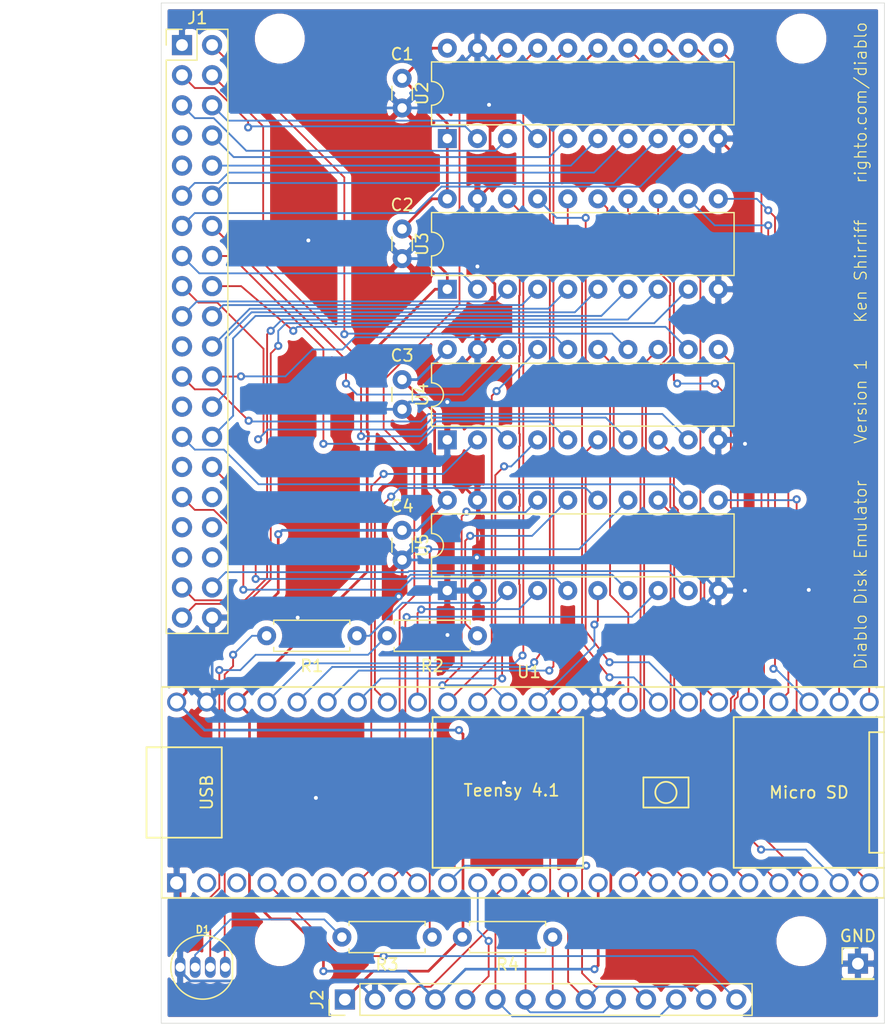
<source format=kicad_pcb>
(kicad_pcb (version 20171130) (host pcbnew "(5.1.10-1-10_14)")
  (layers (0 F.Cu signal) (31 B.Cu signal) (34 B.Paste user) (35 F.Paste user) (36 B.SilkS user) (37 F.SilkS user) (38 B.Mask user) (39 F.Mask user) (44 Edge.Cuts user))
  (net 0 "")
  (net 1 /VCC5)
  (net 2 /GND)
  (net 3 /VCC3)
  (net 4 "Net-(D1-Pad1)")
  (net 5 "Net-(D1-Pad2)")
  (net 6 "Net-(D1-Pad3)")
  (net 7 /DSK_RD_CLK)
  (net 8 /DSK_WR_DATA)
  (net 9 /DSK_SRW)
  (net 10 /DSK_SEL1)
  (net 11 /DSK_CYL2)
  (net 12 /DSK_CYL4)
  (net 13 /DSK_SEL4)
  (net 14 /DSK_CYL1)
  (net 15 /DSK_CYL8)
  (net 16 /DSK_ADR_ACK)
  (net 17 /DSK_SEEK_INCMP)
  (net 18 /DSK_LAI)
  (net 19 /DSK_RESTORE)
  (net 20 /DSK_STROBE)
  (net 21 /DSK_WR_GATE)
  (net 22 /DSK_HEAD_SEL)
  (net 23 /DSK_SECTOR)
  (net 24 /DSK_READY)
  (net 25 /DSK_RD_DATA)
  (net 26 /DSK_RD_GATE)
  (net 27 /CS)
  (net 28 /DC)
  (net 29 /SDI)
  (net 30 /SCK)
  (net 31 /LED)
  (net 32 /SDO)
  (net 33 /T_CS)
  (net 34 /T_IRQ)
  (net 35 /LED_R)
  (net 36 /LED_G)
  (net 37 /LED_B)
  (net 38 /WR_DATA)
  (net 39 /SEL1)
  (net 40 /CYL2)
  (net 41 /CYL4)
  (net 42 /SEL4)
  (net 43 /CYL1)
  (net 44 /RD_DATA)
  (net 45 /CYL8)
  (net 46 /RESTORE)
  (net 47 /LED_R_PWM)
  (net 48 /LED_G_PWM)
  (net 49 /LED_B_PWM)
  (net 50 /SRW)
  (net 51 /STROBE)
  (net 52 /WR_GATE)
  (net 53 /HEAD_SEL)
  (net 54 /RD_GATE)
  (net 55 /READY)
  (net 56 /SECTOR)
  (net 57 /RD_CLK)
  (net 58 /ADR_ACK)
  (net 59 /SEEK_INCMP)
  (net 60 /DSK_CYL64)
  (net 61 /DSK_CYL16)
  (net 62 /DSK_CYL128)
  (net 63 /DSK_CYL32)
  (net 64 /DSK_SECT2)
  (net 65 /DSK_SECT8)
  (net 66 /DSK_SECT4)
  (net 67 /DSK_SECT1)
  (net 68 /SECT4)
  (net 69 /CYL64)
  (net 70 /SECT8)
  (net 71 /SECT1)
  (net 72 /CYL16)
  (net 73 /CYL128)
  (net 74 /CYL32)
  (net 75 /SECT2)
  (net 76 /LAI)
  (module Pin_Headers:Pin_Header_Straight_1x01_Pitch2.54mm (layer F.Cu) (at 151.765 180.975)
    (fp_text reference GND (at 0 -2.33) (layer F.SilkS))
    (fp_text value TestPoint)
    (pad 1 thru_hole rect (at 0 0) (size 1.7 1.7) (drill 1) (layers *.Cu *.Mask) (net 2 /GND))
  )
  (module Housings_DIP:DIP-20_W7.62mm (layer F.Cu) (at 117.13 111.43 90)
    (fp_text reference U2 (at 3.81 -2.13 90) (layer F.SilkS))
    (fp_text value 74LVC245)
    (pad 20 thru_hole oval (at 7.62 0 90) (size 1.6 1.6) (drill 0.8) (layers *.Cu *.Mask) (net 3 /VCC3))
    (pad 10 thru_hole oval (at 0 22.86 90) (size 1.6 1.6) (drill 0.8) (layers *.Cu *.Mask) (net 2 /GND))
    (pad 19 thru_hole oval (at 7.62 2.54 90) (size 1.6 1.6) (drill 0.8) (layers *.Cu *.Mask) (net 2 /GND))
    (pad 9 thru_hole oval (at 0 20.32 90) (size 1.6 1.6) (drill 0.8) (layers *.Cu *.Mask) (net 63 /DSK_CYL32))
    (pad 18 thru_hole oval (at 7.62 5.08 90) (size 1.6 1.6) (drill 0.8) (layers *.Cu *.Mask) (net 38 /WR_DATA))
    (pad 8 thru_hole oval (at 0 17.78 90) (size 1.6 1.6) (drill 0.8) (layers *.Cu *.Mask) (net 62 /DSK_CYL128))
    (pad 17 thru_hole oval (at 7.62 7.62 90) (size 1.6 1.6) (drill 0.8) (layers *.Cu *.Mask) (net 39 /SEL1))
    (pad 7 thru_hole oval (at 0 15.24 90) (size 1.6 1.6) (drill 0.8) (layers *.Cu *.Mask) (net 13 /DSK_SEL4))
    (pad 16 thru_hole oval (at 7.62 10.16 90) (size 1.6 1.6) (drill 0.8) (layers *.Cu *.Mask) (net 40 /CYL2))
    (pad 6 thru_hole oval (at 0 12.7 90) (size 1.6 1.6) (drill 0.8) (layers *.Cu *.Mask) (net 61 /DSK_CYL16))
    (pad 15 thru_hole oval (at 7.62 12.7 90) (size 1.6 1.6) (drill 0.8) (layers *.Cu *.Mask) (net 69 /CYL64))
    (pad 5 thru_hole oval (at 0 10.16 90) (size 1.6 1.6) (drill 0.8) (layers *.Cu *.Mask) (net 60 /DSK_CYL64))
    (pad 14 thru_hole oval (at 7.62 15.24 90) (size 1.6 1.6) (drill 0.8) (layers *.Cu *.Mask) (net 72 /CYL16))
    (pad 4 thru_hole oval (at 0 7.62 90) (size 1.6 1.6) (drill 0.8) (layers *.Cu *.Mask) (net 11 /DSK_CYL2))
    (pad 13 thru_hole oval (at 7.62 17.78 90) (size 1.6 1.6) (drill 0.8) (layers *.Cu *.Mask) (net 42 /SEL4))
    (pad 3 thru_hole oval (at 0 5.08 90) (size 1.6 1.6) (drill 0.8) (layers *.Cu *.Mask) (net 10 /DSK_SEL1))
    (pad 12 thru_hole oval (at 7.62 20.32 90) (size 1.6 1.6) (drill 0.8) (layers *.Cu *.Mask) (net 73 /CYL128))
    (pad 2 thru_hole oval (at 0 2.54 90) (size 1.6 1.6) (drill 0.8) (layers *.Cu *.Mask) (net 8 /DSK_WR_DATA))
    (pad 11 thru_hole oval (at 7.62 22.86 90) (size 1.6 1.6) (drill 0.8) (layers *.Cu *.Mask) (net 74 /CYL32))
    (pad 1 thru_hole rect (at 0 0 90) (size 1.6 1.6) (drill 0.8) (layers *.Cu *.Mask) (net 3 /VCC3))
  )
  (module Resistors_ThroughHole:R_Axial_DIN0207_L6.3mm_D2.5mm_P7.62mm_Horizontal (layer F.Cu) (at 126.02 178.74 180)
    (fp_text reference R4 (at 3.81 -2.31) (layer F.SilkS))
    (fp_text value 100)
    (pad 2 thru_hole oval (at 7.62 0 180) (size 1.6 1.6) (drill 0.8) (layers *.Cu *.Mask) (net 1 /VCC5))
    (pad 1 thru_hole circle (at 0 0 180) (size 1.6 1.6) (drill 0.8) (layers *.Cu *.Mask) (net 31 /LED))
  )
  (module interface:MountingHole_M3 (layer F.Cu) (at 147 179.08)
    (fp_text reference H4 hide)
    (fp_text value MountingHole)
    (pad 1 np_thru_hole circle (at 0 0) (size 3.2 3.2) (drill 3.2) (layers *.Cu *.Mask))
  )
  (module interface:MountingHole_M3 (layer F.Cu) (at 103 179.08)
    (fp_text reference H3 hide)
    (fp_text value MountingHole)
    (pad 1 np_thru_hole circle (at 0 0) (size 3.2 3.2) (drill 3.2) (layers *.Cu *.Mask))
  )
  (module interface:MountingHole_M3 (layer F.Cu) (at 147 103)
    (fp_text reference H2 hide)
    (fp_text value MountingHole)
    (pad 1 np_thru_hole circle (at 0 0) (size 3.2 3.2) (drill 3.2) (layers *.Cu *.Mask))
  )
  (module interface:MountingHole_M3 (layer F.Cu) (at 103 103)
    (fp_text reference H1 hide)
    (fp_text value MountingHole)
    (pad 1 np_thru_hole circle (at 0 0) (size 3.2 3.2) (drill 3.2) (layers *.Cu *.Mask))
  )
  (module interface:connector-2x20 (layer F.Cu) (at 93 100)
    (fp_text reference J1 (at 3.048 1.27) (layer F.SilkS))
    (fp_text value Conn_01x40_Female)
    (pad 34 thru_hole oval (at 4.29 44.19) (size 1.7 1.7) (drill 1) (layers *.Cu *.Mask))
    (pad 33 thru_hole oval (at 1.75 44.19) (size 1.7 1.7) (drill 1) (layers *.Cu *.Mask))
    (pad 32 thru_hole oval (at 4.29 41.65) (size 1.7 1.7) (drill 1) (layers *.Cu *.Mask))
    (pad 31 thru_hole oval (at 1.75 41.65) (size 1.7 1.7) (drill 1) (layers *.Cu *.Mask) (net 24 /DSK_READY))
    (pad 30 thru_hole oval (at 4.29 39.11) (size 1.7 1.7) (drill 1) (layers *.Cu *.Mask) (net 23 /DSK_SECTOR))
    (pad 29 thru_hole oval (at 1.75 39.11) (size 1.7 1.7) (drill 1) (layers *.Cu *.Mask))
    (pad 28 thru_hole oval (at 4.29 36.57) (size 1.7 1.7) (drill 1) (layers *.Cu *.Mask) (net 22 /DSK_HEAD_SEL))
    (pad 27 thru_hole oval (at 1.75 36.57) (size 1.7 1.7) (drill 1) (layers *.Cu *.Mask) (net 67 /DSK_SECT1))
    (pad 26 thru_hole oval (at 4.29 34.03) (size 1.7 1.7) (drill 1) (layers *.Cu *.Mask) (net 21 /DSK_WR_GATE))
    (pad 25 thru_hole oval (at 1.75 34.03) (size 1.7 1.7) (drill 1) (layers *.Cu *.Mask))
    (pad 24 thru_hole oval (at 4.29 31.49) (size 1.7 1.7) (drill 1) (layers *.Cu *.Mask) (net 66 /DSK_SECT4))
    (pad 23 thru_hole oval (at 1.75 31.49) (size 1.7 1.7) (drill 1) (layers *.Cu *.Mask) (net 65 /DSK_SECT8))
    (pad 38 thru_hole oval (at 4.29 49.27) (size 1.7 1.7) (drill 1) (layers *.Cu *.Mask) (net 25 /DSK_RD_DATA))
    (pad 37 thru_hole oval (at 1.75 49.27) (size 1.7 1.7) (drill 1) (layers *.Cu *.Mask) (net 15 /DSK_CYL8))
    (pad 22 thru_hole oval (at 4.29 28.95) (size 1.7 1.7) (drill 1) (layers *.Cu *.Mask) (net 20 /DSK_STROBE))
    (pad 21 thru_hole oval (at 1.75 28.95) (size 1.7 1.7) (drill 1) (layers *.Cu *.Mask))
    (pad 20 thru_hole oval (at 4.29 26.41) (size 1.7 1.7) (drill 1) (layers *.Cu *.Mask) (net 19 /DSK_RESTORE))
    (pad 40 thru_hole oval (at 4.29 51.81) (size 1.7 1.7) (drill 1) (layers *.Cu *.Mask) (net 2 /GND))
    (pad 39 thru_hole oval (at 1.75 51.81) (size 1.7 1.7) (drill 1) (layers *.Cu *.Mask) (net 26 /DSK_RD_GATE))
    (pad 10 thru_hole oval (at 4.29 13.71) (size 1.7 1.7) (drill 1) (layers *.Cu *.Mask) (net 61 /DSK_CYL16))
    (pad 9 thru_hole oval (at 1.75 13.71) (size 1.7 1.7) (drill 1) (layers *.Cu *.Mask))
    (pad 8 thru_hole oval (at 4.29 11.17) (size 1.7 1.7) (drill 1) (layers *.Cu *.Mask) (net 60 /DSK_CYL64))
    (pad 7 thru_hole oval (at 1.75 11.17) (size 1.7 1.7) (drill 1) (layers *.Cu *.Mask))
    (pad 6 thru_hole oval (at 4.29 8.63) (size 1.7 1.7) (drill 1) (layers *.Cu *.Mask) (net 11 /DSK_CYL2))
    (pad 5 thru_hole oval (at 1.75 8.63) (size 1.7 1.7) (drill 1) (layers *.Cu *.Mask) (net 10 /DSK_SEL1))
    (pad 4 thru_hole oval (at 4.29 6.09) (size 1.7 1.7) (drill 1) (layers *.Cu *.Mask) (net 9 /DSK_SRW))
    (pad 3 thru_hole oval (at 1.75 6.09) (size 1.7 1.7) (drill 1) (layers *.Cu *.Mask) (net 8 /DSK_WR_DATA))
    (pad 2 thru_hole oval (at 4.29 3.55) (size 1.7 1.7) (drill 1) (layers *.Cu *.Mask) (net 7 /DSK_RD_CLK))
    (pad 1 thru_hole rect (at 1.75 3.55) (size 1.7 1.7) (drill 1) (layers *.Cu *.Mask) (net 2 /GND))
    (pad 36 thru_hole oval (at 4.29 46.73) (size 1.7 1.7) (drill 1) (layers *.Cu *.Mask))
    (pad 35 thru_hole oval (at 1.75 46.73) (size 1.7 1.7) (drill 1) (layers *.Cu *.Mask))
    (pad 12 thru_hole oval (at 4.29 16.25) (size 1.7 1.7) (drill 1) (layers *.Cu *.Mask) (net 62 /DSK_CYL128))
    (pad 11 thru_hole oval (at 1.75 16.25) (size 1.7 1.7) (drill 1) (layers *.Cu *.Mask) (net 13 /DSK_SEL4))
    (pad 19 thru_hole oval (at 1.75 26.41) (size 1.7 1.7) (drill 1) (layers *.Cu *.Mask) (net 12 /DSK_CYL4))
    (pad 18 thru_hole oval (at 4.29 23.87) (size 1.7 1.7) (drill 1) (layers *.Cu *.Mask) (net 18 /DSK_LAI))
    (pad 15 thru_hole oval (at 1.75 21.33) (size 1.7 1.7) (drill 1) (layers *.Cu *.Mask) (net 14 /DSK_CYL1))
    (pad 14 thru_hole oval (at 4.29 18.79) (size 1.7 1.7) (drill 1) (layers *.Cu *.Mask) (net 64 /DSK_SECT2))
    (pad 13 thru_hole oval (at 1.75 18.79) (size 1.7 1.7) (drill 1) (layers *.Cu *.Mask) (net 63 /DSK_CYL32))
    (pad 17 thru_hole oval (at 1.75 23.87) (size 1.7 1.7) (drill 1) (layers *.Cu *.Mask) (net 17 /DSK_SEEK_INCMP))
    (pad 16 thru_hole oval (at 4.29 21.33) (size 1.7 1.7) (drill 1) (layers *.Cu *.Mask) (net 16 /DSK_ADR_ACK))
  )
  (module Capacitors_ThroughHole:C_Disc_D3.0mm_W1.6mm_P2.50mm (layer F.Cu) (at 113.32 144.45 270)
    (fp_text reference C4 (at -2.032 0 180) (layer F.SilkS))
    (fp_text value .1uF)
    (pad 2 thru_hole circle (at 2.5 0 270) (size 1.6 1.6) (drill 0.8) (layers *.Cu *.Mask) (net 2 /GND))
    (pad 1 thru_hole circle (at 0 0 270) (size 1.6 1.6) (drill 0.8) (layers *.Cu *.Mask) (net 1 /VCC5))
  )
  (module Capacitors_ThroughHole:C_Disc_D3.0mm_W1.6mm_P2.50mm (layer F.Cu) (at 113.32 131.75 270)
    (fp_text reference C3 (at -2.032 0 180) (layer F.SilkS))
    (fp_text value .1uF)
    (pad 2 thru_hole circle (at 2.5 0 270) (size 1.6 1.6) (drill 0.8) (layers *.Cu *.Mask) (net 2 /GND))
    (pad 1 thru_hole circle (at 0 0 270) (size 1.6 1.6) (drill 0.8) (layers *.Cu *.Mask) (net 1 /VCC5))
  )
  (module Capacitors_ThroughHole:C_Disc_D3.0mm_W1.6mm_P2.50mm (layer F.Cu) (at 113.32 119.05 270)
    (fp_text reference C2 (at -2.032 0 180) (layer F.SilkS))
    (fp_text value .1uF)
    (pad 2 thru_hole circle (at 2.5 0 270) (size 1.6 1.6) (drill 0.8) (layers *.Cu *.Mask) (net 2 /GND))
    (pad 1 thru_hole circle (at 0 0 270) (size 1.6 1.6) (drill 0.8) (layers *.Cu *.Mask) (net 3 /VCC3))
  )
  (module Capacitors_ThroughHole:C_Disc_D3.0mm_W1.6mm_P2.50mm (layer F.Cu) (at 113.32 106.35 270)
    (fp_text reference C1 (at -2.032 0 180) (layer F.SilkS))
    (fp_text value .1uF)
    (pad 2 thru_hole circle (at 2.5 0 270) (size 1.6 1.6) (drill 0.8) (layers *.Cu *.Mask) (net 2 /GND))
    (pad 1 thru_hole circle (at 0 0 270) (size 1.6 1.6) (drill 0.8) (layers *.Cu *.Mask) (net 3 /VCC3))
  )
  (module interface:Teensy41_simple (layer F.Cu) (at 123 166.04)
    (fp_text reference U1 (at 1.016 -9.652) (layer F.SilkS))
    (fp_text value Teensy4.1)
    (fp_text user "Micro SD" (at 24.638 0.508) (layer F.SilkS))
    (fp_text user USB (at -26.162 0.508 270) (layer F.SilkS))
    (pad 10 thru_hole circle (at -5.842 8.128) (size 1.6 1.6) (drill 1.1) (layers *.Cu *.Mask) (net 33 /T_CS))
    (pad 9 thru_hole circle (at -8.382 8.128) (size 1.6 1.6) (drill 1.1) (layers *.Cu *.Mask) (net 71 /SECT1))
    (pad 8 thru_hole circle (at -10.922 8.128) (size 1.6 1.6) (drill 1.1) (layers *.Cu *.Mask) (net 38 /WR_DATA))
    (pad 7 thru_hole circle (at -13.462 8.128) (size 1.6 1.6) (drill 1.1) (layers *.Cu *.Mask) (net 75 /SECT2))
    (pad 6 thru_hole circle (at -16.002 8.128) (size 1.6 1.6) (drill 1.1) (layers *.Cu *.Mask))
    (pad 25 thru_hole circle (at 29.718 -7.112) (size 1.6 1.6) (drill 1.1) (layers *.Cu *.Mask) (net 74 /CYL32))
    (pad 26 thru_hole circle (at 27.178 -7.112) (size 1.6 1.6) (drill 1.1) (layers *.Cu *.Mask) (net 73 /CYL128))
    (pad 27 thru_hole circle (at 24.638 -7.112) (size 1.6 1.6) (drill 1.1) (layers *.Cu *.Mask) (net 54 /RD_GATE))
    (pad 28 thru_hole circle (at 22.098 -7.112) (size 1.6 1.6) (drill 1.1) (layers *.Cu *.Mask) (net 42 /SEL4))
    (pad 29 thru_hole circle (at 19.558 -7.112) (size 1.6 1.6) (drill 1.1) (layers *.Cu *.Mask) (net 72 /CYL16))
    (pad 21 thru_hole circle (at 22.098 8.128) (size 1.6 1.6) (drill 1.1) (layers *.Cu *.Mask) (net 52 /WR_GATE))
    (pad 22 thru_hole circle (at 24.638 8.128) (size 1.6 1.6) (drill 1.1) (layers *.Cu *.Mask) (net 45 /CYL8))
    (pad 35 thru_hole circle (at 4.318 -7.112) (size 1.6 1.6) (drill 1.1) (layers *.Cu *.Mask) (net 30 /SCK))
    (pad 12 thru_hole circle (at -0.762 8.128) (size 1.6 1.6) (drill 1.1) (layers *.Cu *.Mask) (net 27 /CS))
    (pad 11 thru_hole circle (at -3.302 8.128) (size 1.6 1.6) (drill 1.1) (layers *.Cu *.Mask) (net 28 /DC))
    (pad 23 thru_hole circle (at 27.178 8.128) (size 1.6 1.6) (drill 1.1) (layers *.Cu *.Mask) (net 70 /SECT8))
    (pad 24 thru_hole circle (at 29.718 8.128) (size 1.6 1.6) (drill 1.1) (layers *.Cu *.Mask) (net 44 /RD_DATA))
    (pad 30 thru_hole circle (at 17.018 -7.112) (size 1.6 1.6) (drill 1.1) (layers *.Cu *.Mask) (net 53 /HEAD_SEL))
    (pad 31 thru_hole circle (at 14.478 -7.112) (size 1.6 1.6) (drill 1.1) (layers *.Cu *.Mask) (net 57 /RD_CLK))
    (pad 32 thru_hole circle (at 11.938 -7.112) (size 1.6 1.6) (drill 1.1) (layers *.Cu *.Mask) (net 46 /RESTORE))
    (pad 33 thru_hole circle (at 9.398 -7.112) (size 1.6 1.6) (drill 1.1) (layers *.Cu *.Mask) (net 41 /CYL4))
    (pad 34 thru_hole circle (at 6.858 -7.112) (size 1.6 1.6) (drill 1.1) (layers *.Cu *.Mask) (net 2 /GND))
    (pad 13 thru_hole circle (at 1.778 8.128) (size 1.6 1.6) (drill 1.1) (layers *.Cu *.Mask) (net 29 /SDI))
    (pad 17 thru_hole circle (at 11.938 8.128) (size 1.6 1.6) (drill 1.1) (layers *.Cu *.Mask) (net 59 /SEEK_INCMP))
    (pad 18 thru_hole circle (at 14.478 8.128) (size 1.6 1.6) (drill 1.1) (layers *.Cu *.Mask) (net 56 /SECTOR))
    (pad 19 thru_hole circle (at 17.018 8.128) (size 1.6 1.6) (drill 1.1) (layers *.Cu *.Mask) (net 51 /STROBE))
    (pad 20 thru_hole circle (at 19.558 8.128) (size 1.6 1.6) (drill 1.1) (layers *.Cu *.Mask) (net 76 /LAI))
    (pad 16 thru_hole circle (at 9.398 8.128) (size 1.6 1.6) (drill 1.1) (layers *.Cu *.Mask) (net 50 /SRW))
    (pad 15 thru_hole circle (at 6.858 8.128) (size 1.6 1.6) (drill 1.1) (layers *.Cu *.Mask) (net 3 /VCC3))
    (pad 14 thru_hole circle (at 4.318 8.128) (size 1.6 1.6) (drill 1.1) (layers *.Cu *.Mask) (net 32 /SDO))
    (pad 37 thru_hole circle (at -0.762 -7.112) (size 1.6 1.6) (drill 1.1) (layers *.Cu *.Mask) (net 47 /LED_R_PWM))
    (pad 42 thru_hole circle (at -13.462 -7.112) (size 1.6 1.6) (drill 1.1) (layers *.Cu *.Mask) (net 43 /CYL1))
    (pad 36 thru_hole circle (at 1.778 -7.112) (size 1.6 1.6) (drill 1.1) (layers *.Cu *.Mask) (net 49 /LED_B_PWM))
    (pad 43 thru_hole circle (at -16.002 -7.112) (size 1.6 1.6) (drill 1.1) (layers *.Cu *.Mask) (net 69 /CYL64))
    (pad 46 thru_hole circle (at -23.622 -7.112) (size 1.6 1.6) (drill 1.1) (layers *.Cu *.Mask) (net 3 /VCC3))
    (pad 44 thru_hole circle (at -18.542 -7.112) (size 1.6 1.6) (drill 1.1) (layers *.Cu *.Mask) (net 40 /CYL2))
    (pad 45 thru_hole circle (at -21.082 -7.112) (size 1.6 1.6) (drill 1.1) (layers *.Cu *.Mask) (net 39 /SEL1))
    (pad 41 thru_hole circle (at -10.922 -7.112) (size 1.6 1.6) (drill 1.1) (layers *.Cu *.Mask) (net 55 /READY))
    (pad 1 thru_hole rect (at -28.702 8.128) (size 1.6 1.6) (drill 1.1) (layers *.Cu *.Mask) (net 2 /GND))
    (pad 47 thru_hole circle (at -26.162 -7.112) (size 1.6 1.6) (drill 1.1) (layers *.Cu *.Mask) (net 2 /GND))
    (pad 3 thru_hole circle (at -23.622 8.128) (size 1.6 1.6) (drill 1.1) (layers *.Cu *.Mask))
    (pad 2 thru_hole circle (at -26.162 8.128) (size 1.6 1.6) (drill 1.1) (layers *.Cu *.Mask))
    (pad 40 thru_hole circle (at -8.382 -7.112) (size 1.6 1.6) (drill 1.1) (layers *.Cu *.Mask) (net 48 /LED_G_PWM))
    (pad 5 thru_hole circle (at -18.542 8.128) (size 1.6 1.6) (drill 1.1) (layers *.Cu *.Mask))
    (pad 4 thru_hole circle (at -21.082 8.128) (size 1.6 1.6) (drill 1.1) (layers *.Cu *.Mask) (net 34 /T_IRQ))
    (pad 48 thru_hole circle (at -28.702 -7.112) (size 1.6 1.6) (drill 1.1) (layers *.Cu *.Mask) (net 1 /VCC5))
    (pad 38 thru_hole circle (at -3.302 -7.112) (size 1.6 1.6) (drill 1.1) (layers *.Cu *.Mask) (net 68 /SECT4))
    (pad 39 thru_hole circle (at -5.842 -7.112) (size 1.6 1.6) (drill 1.1) (layers *.Cu *.Mask) (net 58 /ADR_ACK))
  )
  (module Housings_DIP:DIP-20_W7.62mm (layer F.Cu) (at 117.13 124.13 90)
    (fp_text reference U3 (at 3.81 -2.13 90) (layer F.SilkS))
    (fp_text value 74LVC245)
    (pad 20 thru_hole oval (at 7.62 0 90) (size 1.6 1.6) (drill 0.8) (layers *.Cu *.Mask) (net 3 /VCC3))
    (pad 10 thru_hole oval (at 0 22.86 90) (size 1.6 1.6) (drill 0.8) (layers *.Cu *.Mask) (net 2 /GND))
    (pad 19 thru_hole oval (at 7.62 2.54 90) (size 1.6 1.6) (drill 0.8) (layers *.Cu *.Mask) (net 2 /GND))
    (pad 9 thru_hole oval (at 0 20.32 90) (size 1.6 1.6) (drill 0.8) (layers *.Cu *.Mask) (net 26 /DSK_RD_GATE))
    (pad 18 thru_hole oval (at 7.62 5.08 90) (size 1.6 1.6) (drill 0.8) (layers *.Cu *.Mask) (net 43 /CYL1))
    (pad 8 thru_hole oval (at 0 17.78 90) (size 1.6 1.6) (drill 0.8) (layers *.Cu *.Mask) (net 15 /DSK_CYL8))
    (pad 17 thru_hole oval (at 7.62 7.62 90) (size 1.6 1.6) (drill 0.8) (layers *.Cu *.Mask) (net 41 /CYL4))
    (pad 7 thru_hole oval (at 0 15.24 90) (size 1.6 1.6) (drill 0.8) (layers *.Cu *.Mask) (net 22 /DSK_HEAD_SEL))
    (pad 16 thru_hole oval (at 7.62 10.16 90) (size 1.6 1.6) (drill 0.8) (layers *.Cu *.Mask) (net 46 /RESTORE))
    (pad 6 thru_hole oval (at 0 12.7 90) (size 1.6 1.6) (drill 0.8) (layers *.Cu *.Mask) (net 21 /DSK_WR_GATE))
    (pad 15 thru_hole oval (at 7.62 12.7 90) (size 1.6 1.6) (drill 0.8) (layers *.Cu *.Mask) (net 51 /STROBE))
    (pad 5 thru_hole oval (at 0 10.16 90) (size 1.6 1.6) (drill 0.8) (layers *.Cu *.Mask) (net 20 /DSK_STROBE))
    (pad 14 thru_hole oval (at 7.62 15.24 90) (size 1.6 1.6) (drill 0.8) (layers *.Cu *.Mask) (net 52 /WR_GATE))
    (pad 4 thru_hole oval (at 0 7.62 90) (size 1.6 1.6) (drill 0.8) (layers *.Cu *.Mask) (net 19 /DSK_RESTORE))
    (pad 13 thru_hole oval (at 7.62 17.78 90) (size 1.6 1.6) (drill 0.8) (layers *.Cu *.Mask) (net 53 /HEAD_SEL))
    (pad 3 thru_hole oval (at 0 5.08 90) (size 1.6 1.6) (drill 0.8) (layers *.Cu *.Mask) (net 12 /DSK_CYL4))
    (pad 12 thru_hole oval (at 7.62 20.32 90) (size 1.6 1.6) (drill 0.8) (layers *.Cu *.Mask) (net 45 /CYL8))
    (pad 2 thru_hole oval (at 0 2.54 90) (size 1.6 1.6) (drill 0.8) (layers *.Cu *.Mask) (net 14 /DSK_CYL1))
    (pad 11 thru_hole oval (at 7.62 22.86 90) (size 1.6 1.6) (drill 0.8) (layers *.Cu *.Mask) (net 54 /RD_GATE))
    (pad 1 thru_hole rect (at 0 0 90) (size 1.6 1.6) (drill 0.8) (layers *.Cu *.Mask) (net 3 /VCC3))
  )
  (module Housings_DIP:DIP-20_W7.62mm (layer F.Cu) (at 117.13 149.53 90)
    (fp_text reference U5 (at 3.81 -2.13 90) (layer F.SilkS))
    (fp_text value 74ACT240)
    (pad 20 thru_hole oval (at 7.62 0 90) (size 1.6 1.6) (drill 0.8) (layers *.Cu *.Mask) (net 1 /VCC5))
    (pad 10 thru_hole oval (at 0 22.86 90) (size 1.6 1.6) (drill 0.8) (layers *.Cu *.Mask) (net 2 /GND))
    (pad 19 thru_hole oval (at 7.62 2.54 90) (size 1.6 1.6) (drill 0.8) (layers *.Cu *.Mask) (net 2 /GND))
    (pad 9 thru_hole oval (at 0 20.32 90) (size 1.6 1.6) (drill 0.8) (layers *.Cu *.Mask) (net 25 /DSK_RD_DATA))
    (pad 18 thru_hole oval (at 7.62 5.08 90) (size 1.6 1.6) (drill 0.8) (layers *.Cu *.Mask))
    (pad 8 thru_hole oval (at 0 17.78 90) (size 1.6 1.6) (drill 0.8) (layers *.Cu *.Mask) (net 71 /SECT1))
    (pad 17 thru_hole oval (at 7.62 7.62 90) (size 1.6 1.6) (drill 0.8) (layers *.Cu *.Mask) (net 47 /LED_R_PWM))
    (pad 7 thru_hole oval (at 0 15.24 90) (size 1.6 1.6) (drill 0.8) (layers *.Cu *.Mask) (net 23 /DSK_SECTOR))
    (pad 16 thru_hole oval (at 7.62 10.16 90) (size 1.6 1.6) (drill 0.8) (layers *.Cu *.Mask) (net 36 /LED_G))
    (pad 6 thru_hole oval (at 0 12.7 90) (size 1.6 1.6) (drill 0.8) (layers *.Cu *.Mask) (net 49 /LED_B_PWM))
    (pad 15 thru_hole oval (at 7.62 12.7 90) (size 1.6 1.6) (drill 0.8) (layers *.Cu *.Mask) (net 55 /READY))
    (pad 5 thru_hole oval (at 0 10.16 90) (size 1.6 1.6) (drill 0.8) (layers *.Cu *.Mask) (net 24 /DSK_READY))
    (pad 14 thru_hole oval (at 7.62 15.24 90) (size 1.6 1.6) (drill 0.8) (layers *.Cu *.Mask) (net 37 /LED_B))
    (pad 4 thru_hole oval (at 0 7.62 90) (size 1.6 1.6) (drill 0.8) (layers *.Cu *.Mask) (net 48 /LED_G_PWM))
    (pad 13 thru_hole oval (at 7.62 17.78 90) (size 1.6 1.6) (drill 0.8) (layers *.Cu *.Mask) (net 56 /SECTOR))
    (pad 3 thru_hole oval (at 0 5.08 90) (size 1.6 1.6) (drill 0.8) (layers *.Cu *.Mask) (net 35 /LED_R))
    (pad 12 thru_hole oval (at 7.62 20.32 90) (size 1.6 1.6) (drill 0.8) (layers *.Cu *.Mask) (net 67 /DSK_SECT1))
    (pad 2 thru_hole oval (at 0 2.54 90) (size 1.6 1.6) (drill 0.8) (layers *.Cu *.Mask) (net 2 /GND))
    (pad 11 thru_hole oval (at 7.62 22.86 90) (size 1.6 1.6) (drill 0.8) (layers *.Cu *.Mask) (net 44 /RD_DATA))
    (pad 1 thru_hole rect (at 0 0 90) (size 1.6 1.6) (drill 0.8) (layers *.Cu *.Mask) (net 2 /GND))
  )
  (module Housings_DIP:DIP-20_W7.62mm (layer F.Cu) (at 117.13 136.83 90)
    (fp_text reference U4 (at 3.81 -2.13 90) (layer F.SilkS))
    (fp_text value 74ACT240)
    (pad 1 thru_hole rect (at 0 0 90) (size 1.6 1.6) (drill 0.8) (layers *.Cu *.Mask) (net 2 /GND))
    (pad 11 thru_hole oval (at 7.62 22.86 90) (size 1.6 1.6) (drill 0.8) (layers *.Cu *.Mask) (net 70 /SECT8))
    (pad 2 thru_hole oval (at 0 2.54 90) (size 1.6 1.6) (drill 0.8) (layers *.Cu *.Mask) (net 75 /SECT2))
    (pad 12 thru_hole oval (at 7.62 20.32 90) (size 1.6 1.6) (drill 0.8) (layers *.Cu *.Mask) (net 18 /DSK_LAI))
    (pad 3 thru_hole oval (at 0 5.08 90) (size 1.6 1.6) (drill 0.8) (layers *.Cu *.Mask) (net 16 /DSK_ADR_ACK))
    (pad 13 thru_hole oval (at 7.62 17.78 90) (size 1.6 1.6) (drill 0.8) (layers *.Cu *.Mask) (net 59 /SEEK_INCMP))
    (pad 4 thru_hole oval (at 0 7.62 90) (size 1.6 1.6) (drill 0.8) (layers *.Cu *.Mask) (net 68 /SECT4))
    (pad 14 thru_hole oval (at 7.62 15.24 90) (size 1.6 1.6) (drill 0.8) (layers *.Cu *.Mask) (net 7 /DSK_RD_CLK))
    (pad 5 thru_hole oval (at 0 10.16 90) (size 1.6 1.6) (drill 0.8) (layers *.Cu *.Mask) (net 9 /DSK_SRW))
    (pad 15 thru_hole oval (at 7.62 12.7 90) (size 1.6 1.6) (drill 0.8) (layers *.Cu *.Mask) (net 50 /SRW))
    (pad 6 thru_hole oval (at 0 12.7 90) (size 1.6 1.6) (drill 0.8) (layers *.Cu *.Mask) (net 57 /RD_CLK))
    (pad 16 thru_hole oval (at 7.62 10.16 90) (size 1.6 1.6) (drill 0.8) (layers *.Cu *.Mask) (net 66 /DSK_SECT4))
    (pad 7 thru_hole oval (at 0 15.24 90) (size 1.6 1.6) (drill 0.8) (layers *.Cu *.Mask) (net 17 /DSK_SEEK_INCMP))
    (pad 17 thru_hole oval (at 7.62 7.62 90) (size 1.6 1.6) (drill 0.8) (layers *.Cu *.Mask) (net 58 /ADR_ACK))
    (pad 8 thru_hole oval (at 0 17.78 90) (size 1.6 1.6) (drill 0.8) (layers *.Cu *.Mask) (net 76 /LAI))
    (pad 18 thru_hole oval (at 7.62 5.08 90) (size 1.6 1.6) (drill 0.8) (layers *.Cu *.Mask) (net 64 /DSK_SECT2))
    (pad 9 thru_hole oval (at 0 20.32 90) (size 1.6 1.6) (drill 0.8) (layers *.Cu *.Mask) (net 65 /DSK_SECT8))
    (pad 19 thru_hole oval (at 7.62 2.54 90) (size 1.6 1.6) (drill 0.8) (layers *.Cu *.Mask) (net 2 /GND))
    (pad 10 thru_hole oval (at 0 22.86 90) (size 1.6 1.6) (drill 0.8) (layers *.Cu *.Mask) (net 2 /GND))
    (pad 20 thru_hole oval (at 7.62 0 90) (size 1.6 1.6) (drill 0.8) (layers *.Cu *.Mask) (net 1 /VCC5))
  )
  (module Pin_Headers:Pin_Header_Straight_1x14_Pitch2.54mm (layer F.Cu) (at 108.49 184 90)
    (fp_text reference J2 (at 0 -2.33 90) (layer F.SilkS))
    (fp_text value "Screen connector" hide)
    (pad 14 thru_hole oval (at 0 33.02 90) (size 1.7 1.7) (drill 1) (layers *.Cu *.Mask) (net 34 /T_IRQ))
    (pad 13 thru_hole oval (at 0 30.48 90) (size 1.7 1.7) (drill 1) (layers *.Cu *.Mask) (net 32 /SDO))
    (pad 12 thru_hole oval (at 0 27.94 90) (size 1.7 1.7) (drill 1) (layers *.Cu *.Mask) (net 29 /SDI))
    (pad 11 thru_hole oval (at 0 25.4 90) (size 1.7 1.7) (drill 1) (layers *.Cu *.Mask) (net 33 /T_CS))
    (pad 10 thru_hole oval (at 0 22.86 90) (size 1.7 1.7) (drill 1) (layers *.Cu *.Mask) (net 30 /SCK))
    (pad 9 thru_hole oval (at 0 20.32 90) (size 1.7 1.7) (drill 1) (layers *.Cu *.Mask) (net 32 /SDO))
    (pad 8 thru_hole oval (at 0 17.78 90) (size 1.7 1.7) (drill 1) (layers *.Cu *.Mask) (net 31 /LED))
    (pad 7 thru_hole oval (at 0 15.24 90) (size 1.7 1.7) (drill 1) (layers *.Cu *.Mask) (net 30 /SCK))
    (pad 6 thru_hole oval (at 0 12.7 90) (size 1.7 1.7) (drill 1) (layers *.Cu *.Mask) (net 29 /SDI))
    (pad 5 thru_hole oval (at 0 10.16 90) (size 1.7 1.7) (drill 1) (layers *.Cu *.Mask) (net 28 /DC))
    (pad 4 thru_hole oval (at 0 7.62 90) (size 1.7 1.7) (drill 1) (layers *.Cu *.Mask) (net 3 /VCC3))
    (pad 3 thru_hole oval (at 0 5.08 90) (size 1.7 1.7) (drill 1) (layers *.Cu *.Mask) (net 27 /CS))
    (pad 2 thru_hole oval (at 0 2.54 90) (size 1.7 1.7) (drill 1) (layers *.Cu *.Mask) (net 2 /GND))
    (pad 1 thru_hole rect (at 0 0 90) (size 1.7 1.7) (drill 1) (layers *.Cu *.Mask) (net 1 /VCC5))
  )
  (module SparkFun:LED-RGB-THRU (layer F.Cu) (at 96.5 181.28)
    (fp_text reference D1 (at 0 -3.175) (layer F.SilkS) (effects (font (size 0.6096 0.6096) (thickness 0.127))))
    (fp_text value LED_RGBC hide)
    (pad 4 thru_hole oval (at -1.905 0 180) (size 0.889 1.778) (drill 0.762) (layers *.Cu *.Mask) (net 2 /GND))
    (pad 3 thru_hole oval (at -0.635 0 180) (size 0.889 1.778) (drill 0.762) (layers *.Cu *.Mask) (net 6 "Net-(D1-Pad3)"))
    (pad 2 thru_hole oval (at 0.635 0 180) (size 0.889 1.778) (drill 0.762) (layers *.Cu *.Mask) (net 5 "Net-(D1-Pad2)"))
    (pad 1 thru_hole oval (at 1.905 0 180) (size 0.889 1.778) (drill 0.762) (layers *.Cu *.Mask) (net 4 "Net-(D1-Pad1)"))
  )
  (module Resistors_ThroughHole:R_Axial_DIN0207_L6.3mm_D2.5mm_P7.62mm_Horizontal (layer F.Cu) (at 101.89 153.34)
    (fp_text reference R1 (at 3.81 2.54) (layer F.SilkS))
    (fp_text value 180)
    (pad 1 thru_hole circle (at 0 0) (size 1.6 1.6) (drill 0.8) (layers *.Cu *.Mask) (net 4 "Net-(D1-Pad1)"))
    (pad 2 thru_hole oval (at 7.62 0) (size 1.6 1.6) (drill 0.8) (layers *.Cu *.Mask) (net 35 /LED_R))
  )
  (module Resistors_ThroughHole:R_Axial_DIN0207_L6.3mm_D2.5mm_P7.62mm_Horizontal (layer F.Cu) (at 112.05 153.34)
    (fp_text reference R2 (at 3.81 2.54) (layer F.SilkS))
    (fp_text value 100)
    (pad 2 thru_hole oval (at 7.62 0) (size 1.6 1.6) (drill 0.8) (layers *.Cu *.Mask) (net 36 /LED_G))
    (pad 1 thru_hole circle (at 0 0) (size 1.6 1.6) (drill 0.8) (layers *.Cu *.Mask) (net 5 "Net-(D1-Pad2)"))
  )
  (module Resistors_ThroughHole:R_Axial_DIN0207_L6.3mm_D2.5mm_P7.62mm_Horizontal (layer F.Cu) (at 108.24 178.74)
    (fp_text reference R3 (at 3.81 2.31) (layer F.SilkS))
    (fp_text value 100)
    (pad 1 thru_hole circle (at 0 0) (size 1.6 1.6) (drill 0.8) (layers *.Cu *.Mask) (net 6 "Net-(D1-Pad3)"))
    (pad 2 thru_hole oval (at 7.62 0) (size 1.6 1.6) (drill 0.8) (layers *.Cu *.Mask) (net 37 /LED_B))
  )
  (gr_text "Teensy 4.1" (at 122.555 166.37) (layer F.SilkS) (effects (font (size 1 1))))
  (gr_text "Diablo Disk Emulator    Version 1    Ken Shirriff    righto.com/diablo\n" (at 152 128.905 90) (layer F.SilkS) (effects (font (size 1 1) (thickness 0.1))))
  (gr_line (start 93 186) (end 93 100) (layer Edge.Cuts) (width 0.05))
  (gr_line (start 154 186) (end 93 186) (layer Edge.Cuts) (width 0.05))
  (gr_line (start 154 100) (end 154 186) (layer Edge.Cuts) (width 0.05))
  (gr_line (start 93 100) (end 154 100) (layer Edge.Cuts) (width 0.05))
  (segment (start 114.59 144.45) (end 117.13 141.91) (width 0.2286) (layer B.Cu) (net 1))
  (segment (start 113.32 144.45) (end 114.59 144.45) (width 0.2286) (layer B.Cu) (net 1))
  (segment (start 116.063299 134.493299) (end 113.32 131.75) (width 0.2286) (layer F.Cu) (net 1))
  (segment (start 116.063299 140.843299) (end 116.063299 134.493299) (width 0.2286) (layer F.Cu) (net 1))
  (segment (start 117.13 141.91) (end 116.063299 140.843299) (width 0.2286) (layer F.Cu) (net 1))
  (via (at 102.87 144.78) (size 0.6858) (drill 0.3302) (layers F.Cu B.Cu) (net 1))
  (segment (start 103.2 144.45) (end 102.87 144.78) (width 0.2286) (layer B.Cu) (net 1))
  (segment (start 113.32 144.45) (end 103.2 144.45) (width 0.2286) (layer B.Cu) (net 1))
  (segment (start 118.452899 178.687101) (end 118.4 178.74) (width 0.2286) (layer F.Cu) (net 1))
  (segment (start 118.4 178.74) (end 115.53 181.61) (width 0.2286) (layer F.Cu) (net 1))
  (segment (start 110.88 181.61) (end 108.49 184) (width 0.2286) (layer F.Cu) (net 1))
  (segment (start 115.53 181.61) (end 110.88 181.61) (width 0.2286) (layer F.Cu) (net 1))
  (segment (start 113.32 131.75) (end 114.59 131.75) (width 0.2286) (layer B.Cu) (net 1))
  (segment (start 114.59 131.75) (end 117.13 129.21) (width 0.2286) (layer B.Cu) (net 1))
  (segment (start 102.87 144.78) (end 102.87 149.709949) (width 0.2286) (layer F.Cu) (net 1))
  (segment (start 95.097999 158.128001) (end 94.298 158.928) (width 0.2286) (layer F.Cu) (net 1))
  (segment (start 102.87 149.709949) (end 95.097999 157.48195) (width 0.2286) (layer F.Cu) (net 1))
  (segment (start 95.097999 157.48195) (end 95.097999 158.128001) (width 0.2286) (layer F.Cu) (net 1))
  (segment (start 96.66 161.29) (end 118.11 161.29) (width 0.2286) (layer B.Cu) (net 1))
  (via (at 118.11 161.29) (size 0.6858) (drill 0.3302) (layers F.Cu B.Cu) (net 1))
  (segment (start 94.298 158.928) (end 96.66 161.29) (width 0.2286) (layer B.Cu) (net 1))
  (segment (start 118.452899 168.567101) (end 118.452899 161.632899) (width 0.2286) (layer F.Cu) (net 1))
  (segment (start 118.452899 161.632899) (end 118.11 161.29) (width 0.2286) (layer F.Cu) (net 1))
  (segment (start 118.452899 166.712899) (end 118.452899 168.567101) (width 0.2286) (layer F.Cu) (net 1))
  (segment (start 118.452899 168.567101) (end 118.452899 178.687101) (width 0.2286) (layer F.Cu) (net 1))
  (segment (start 113.32 108.85) (end 104.242718 108.85) (width 0.2286) (layer B.Cu) (net 2))
  (segment (start 114.63 108.85) (end 119.67 103.81) (width 0.2286) (layer B.Cu) (net 2))
  (segment (start 113.32 108.85) (end 114.63 108.85) (width 0.2286) (layer B.Cu) (net 2))
  (segment (start 94.298 161.468) (end 96.838 158.928) (width 0.2286) (layer F.Cu) (net 2))
  (segment (start 94.298 174.168) (end 94.298 161.468) (width 0.2286) (layer F.Cu) (net 2))
  (segment (start 94.595 174.465) (end 94.298 174.168) (width 0.2286) (layer F.Cu) (net 2))
  (segment (start 94.595 181.28) (end 94.595 174.465) (width 0.2286) (layer F.Cu) (net 2))
  (segment (start 117.13 139.37) (end 119.67 141.91) (width 0.2286) (layer F.Cu) (net 2))
  (segment (start 117.13 136.83) (end 117.13 139.37) (width 0.2286) (layer F.Cu) (net 2))
  (segment (start 117.13 149.53) (end 119.67 149.53) (width 0.2286) (layer B.Cu) (net 2))
  (segment (start 139.99 149.53) (end 137.41209 152.10791) (width 0.2286) (layer B.Cu) (net 2))
  (segment (start 129.858 154.622) (end 129.858 158.928) (width 0.2286) (layer B.Cu) (net 2))
  (segment (start 97.29 158.476) (end 96.838 158.928) (width 0.2286) (layer B.Cu) (net 2))
  (segment (start 97.29 151.81) (end 97.29 158.476) (width 0.2286) (layer B.Cu) (net 2))
  (segment (start 117.13 131.75) (end 119.67 129.21) (width 0.2286) (layer F.Cu) (net 2))
  (segment (start 117.13 136.83) (end 117.13 131.75) (width 0.2286) (layer F.Cu) (net 2))
  (via (at 117.13 133.64) (size 0.6858) (drill 0.3302) (layers F.Cu B.Cu) (net 2))
  (segment (start 119.67 116.51) (end 119.67 122.21) (width 0.2286) (layer F.Cu) (net 2))
  (segment (start 120.736701 108.671701) (end 120.65 108.585) (width 0.2286) (layer F.Cu) (net 2))
  (segment (start 120.736701 115.443299) (end 120.736701 108.671701) (width 0.2286) (layer F.Cu) (net 2))
  (via (at 120.65 108.585) (size 0.6858) (drill 0.3302) (layers F.Cu B.Cu) (net 2))
  (segment (start 119.67 116.51) (end 120.736701 115.443299) (width 0.2286) (layer F.Cu) (net 2))
  (via (at 119.67 122.21) (size 0.6858) (drill 0.3302) (layers F.Cu B.Cu) (net 2))
  (segment (start 119.01 121.55) (end 119.67 122.21) (width 0.2286) (layer B.Cu) (net 2))
  (segment (start 113.32 121.55) (end 119.01 121.55) (width 0.2286) (layer B.Cu) (net 2))
  (segment (start 111.247391 151.81) (end 113.03 150.027391) (width 0.2286) (layer B.Cu) (net 2))
  (via (at 113.03 150.027391) (size 0.6858) (drill 0.3302) (layers F.Cu B.Cu) (net 2))
  (segment (start 113.32 146.95) (end 113.32 149.737391) (width 0.2286) (layer F.Cu) (net 2))
  (segment (start 113.32 149.737391) (end 113.03 150.027391) (width 0.2286) (layer F.Cu) (net 2))
  (segment (start 97.29 151.81) (end 104.51 151.81) (width 0.2286) (layer B.Cu) (net 2))
  (segment (start 120.65 104.79) (end 119.67 103.81) (width 0.2286) (layer B.Cu) (net 2))
  (segment (start 120.65 108.585) (end 120.65 104.79) (width 0.2286) (layer B.Cu) (net 2))
  (segment (start 119.415077 146.95) (end 119.621321 146.743756) (width 0.2286) (layer B.Cu) (net 2))
  (via (at 119.621321 146.743756) (size 0.6858) (drill 0.3302) (layers F.Cu B.Cu) (net 2))
  (segment (start 139.99 149.53) (end 137.203756 146.743756) (width 0.2286) (layer B.Cu) (net 2))
  (segment (start 113.32 146.95) (end 119.415077 146.95) (width 0.2286) (layer B.Cu) (net 2))
  (segment (start 137.203756 146.743756) (end 119.621321 146.743756) (width 0.2286) (layer B.Cu) (net 2))
  (segment (start 119.67 141.91) (end 119.67 149.53) (width 0.2286) (layer F.Cu) (net 2))
  (segment (start 121.143299 127.736701) (end 119.67 129.21) (width 0.2286) (layer F.Cu) (net 2))
  (segment (start 121.143299 123.683299) (end 121.143299 127.736701) (width 0.2286) (layer F.Cu) (net 2))
  (segment (start 119.67 122.21) (end 121.143299 123.683299) (width 0.2286) (layer F.Cu) (net 2))
  (segment (start 94.595 181.28) (end 94.595 181.59) (width 0.2286) (layer B.Cu) (net 2))
  (segment (start 109.46571 182.43571) (end 111.03 184) (width 0.2286) (layer B.Cu) (net 2))
  (segment (start 95.44071 182.43571) (end 109.46571 182.43571) (width 0.2286) (layer B.Cu) (net 2))
  (segment (start 94.595 181.59) (end 95.44071 182.43571) (width 0.2286) (layer B.Cu) (net 2))
  (via (at 147.62 149.475) (size 0.6858) (drill 0.3302) (layers F.Cu B.Cu) (net 2))
  (segment (start 104.51 151.81) (end 111.247391 151.81) (width 0.2286) (layer B.Cu) (net 2))
  (via (at 104.51 151.81) (size 0.6858) (drill 0.3302) (layers F.Cu B.Cu) (net 2))
  (via (at 117.145 153.275) (size 0.6858) (drill 0.3302) (layers F.Cu B.Cu) (net 2))
  (segment (start 117.13 153.26) (end 117.145 153.275) (width 0.2286) (layer F.Cu) (net 2))
  (segment (start 117.13 149.53) (end 117.13 153.26) (width 0.2286) (layer F.Cu) (net 2))
  (segment (start 94.75 103.55) (end 94.75 102.1) (width 0.2286) (layer B.Cu) (net 2))
  (segment (start 94.75 102.1) (end 95.885 100.965) (width 0.2286) (layer B.Cu) (net 2))
  (segment (start 95.885 100.965) (end 98.425 100.965) (width 0.2286) (layer B.Cu) (net 2))
  (segment (start 99.296359 101.836359) (end 99.296359 103.903641) (width 0.2286) (layer B.Cu) (net 2))
  (segment (start 98.425 100.965) (end 99.296359 101.836359) (width 0.2286) (layer B.Cu) (net 2))
  (segment (start 104.242718 108.85) (end 99.296359 103.903641) (width 0.2286) (layer B.Cu) (net 2))
  (segment (start 113.93 133.64) (end 113.32 134.25) (width 0.2286) (layer B.Cu) (net 2))
  (segment (start 117.13 133.64) (end 113.93 133.64) (width 0.2286) (layer B.Cu) (net 2))
  (segment (start 133.985 153.035) (end 134.91209 152.10791) (width 0.2286) (layer B.Cu) (net 2))
  (segment (start 131.445 153.035) (end 133.985 153.035) (width 0.2286) (layer B.Cu) (net 2))
  (segment (start 137.41209 152.10791) (end 134.91209 152.10791) (width 0.2286) (layer B.Cu) (net 2))
  (segment (start 131.445 153.035) (end 129.858 154.622) (width 0.2286) (layer B.Cu) (net 2))
  (segment (start 147.565 149.53) (end 147.62 149.475) (width 0.2286) (layer B.Cu) (net 2))
  (segment (start 142.24 149.53) (end 147.565 149.53) (width 0.2286) (layer B.Cu) (net 2))
  (segment (start 139.99 149.53) (end 142.24 149.53) (width 0.2286) (layer B.Cu) (net 2))
  (via (at 142.24 149.53) (size 0.6858) (drill 0.3302) (layers F.Cu B.Cu) (net 2))
  (segment (start 142.24 113.68) (end 139.99 111.43) (width 0.2286) (layer F.Cu) (net 2))
  (segment (start 141.91 124.13) (end 142.24 124.46) (width 0.2286) (layer F.Cu) (net 2))
  (segment (start 139.99 124.13) (end 141.91 124.13) (width 0.2286) (layer F.Cu) (net 2))
  (segment (start 142.24 124.46) (end 142.24 113.68) (width 0.2286) (layer F.Cu) (net 2))
  (segment (start 142.24 149.53) (end 142.24 124.46) (width 0.2286) (layer F.Cu) (net 2))
  (via (at 142.24 137.16) (size 0.6858) (drill 0.3302) (layers F.Cu B.Cu) (net 2))
  (segment (start 141.91 136.83) (end 142.24 137.16) (width 0.2286) (layer B.Cu) (net 2))
  (segment (start 139.99 136.83) (end 141.91 136.83) (width 0.2286) (layer B.Cu) (net 2))
  (segment (start 130.924701 159.994701) (end 129.858 158.928) (width 0.2286) (layer F.Cu) (net 2))
  (segment (start 130.924701 175.780299) (end 130.924701 159.994701) (width 0.2286) (layer F.Cu) (net 2))
  (segment (start 131.242201 176.097799) (end 130.924701 175.780299) (width 0.2286) (layer F.Cu) (net 2))
  (segment (start 150.697799 176.097799) (end 131.242201 176.097799) (width 0.2286) (layer F.Cu) (net 2))
  (segment (start 151.765 177.165) (end 150.697799 176.097799) (width 0.2286) (layer F.Cu) (net 2))
  (segment (start 151.765 180.975) (end 151.765 177.165) (width 0.2286) (layer F.Cu) (net 2))
  (segment (start 113.32 134.25) (end 111.39 134.25) (width 0.2286) (layer B.Cu) (net 2))
  (via (at 105.41 120.015) (size 0.6858) (drill 0.3302) (layers F.Cu B.Cu) (net 2))
  (via (at 106.045 167.005) (size 0.6858) (drill 0.3302) (layers F.Cu B.Cu) (net 2))
  (via (at 121.92 165.735) (size 0.6858) (drill 0.3302) (layers F.Cu B.Cu) (net 2))
  (segment (start 115.86 103.81) (end 113.32 106.35) (width 0.2286) (layer F.Cu) (net 3))
  (segment (start 117.13 103.81) (end 115.86 103.81) (width 0.2286) (layer F.Cu) (net 3))
  (segment (start 117.13 110.16) (end 117.13 111.43) (width 0.2286) (layer F.Cu) (net 3))
  (segment (start 113.32 106.35) (end 117.13 110.16) (width 0.2286) (layer F.Cu) (net 3))
  (segment (start 117.13 111.43) (end 117.13 116.51) (width 0.2286) (layer F.Cu) (net 3))
  (segment (start 115.86 116.51) (end 113.32 119.05) (width 0.2286) (layer F.Cu) (net 3))
  (segment (start 117.13 116.51) (end 115.86 116.51) (width 0.2286) (layer F.Cu) (net 3))
  (segment (start 117.13 122.86) (end 117.13 124.13) (width 0.2286) (layer F.Cu) (net 3))
  (segment (start 113.32 119.05) (end 117.13 122.86) (width 0.2286) (layer F.Cu) (net 3))
  (segment (start 103.896017 177.213299) (end 106.68 179.997282) (width 0.2286) (layer F.Cu) (net 3))
  (segment (start 102.283299 177.213299) (end 103.896017 177.213299) (width 0.2286) (layer F.Cu) (net 3))
  (segment (start 100.444701 175.374701) (end 102.283299 177.213299) (width 0.2286) (layer F.Cu) (net 3))
  (segment (start 100.444701 159.994701) (end 100.444701 175.374701) (width 0.2286) (layer F.Cu) (net 3))
  (via (at 106.68 181.61) (size 0.6858) (drill 0.3302) (layers F.Cu B.Cu) (net 3))
  (segment (start 106.68 179.997282) (end 106.68 181.61) (width 0.2286) (layer F.Cu) (net 3))
  (segment (start 99.378 158.928) (end 100.444701 159.994701) (width 0.2286) (layer F.Cu) (net 3))
  (segment (start 113.72 181.61) (end 116.11 184) (width 0.2286) (layer B.Cu) (net 3))
  (segment (start 106.68 181.61) (end 113.72 181.61) (width 0.2286) (layer B.Cu) (net 3))
  (segment (start 110.464601 136.232391) (end 110.464601 136.817609) (width 0.2286) (layer F.Cu) (net 3))
  (segment (start 110.373677 147.932323) (end 99.378 158.928) (width 0.2286) (layer F.Cu) (net 3))
  (segment (start 110.373677 136.908533) (end 110.373677 147.932323) (width 0.2286) (layer F.Cu) (net 3))
  (segment (start 110.464601 136.817609) (end 110.373677 136.908533) (width 0.2286) (layer F.Cu) (net 3))
  (segment (start 110.373677 136.141467) (end 110.464601 136.232391) (width 0.2286) (layer F.Cu) (net 3))
  (segment (start 110.373677 129.857723) (end 110.373677 136.141467) (width 0.2286) (layer F.Cu) (net 3))
  (segment (start 117.13 124.13) (end 116.1014 124.13) (width 0.2286) (layer F.Cu) (net 3))
  (segment (start 116.1014 124.13) (end 110.373677 129.857723) (width 0.2286) (layer F.Cu) (net 3))
  (segment (start 116.11 184) (end 118.66826 181.44174) (width 0.2286) (layer B.Cu) (net 3))
  (segment (start 129.858 174.168) (end 129.858 181.126446) (width 0.2286) (layer F.Cu) (net 3))
  (via (at 129.542706 181.44174) (size 0.6858) (drill 0.3302) (layers F.Cu B.Cu) (net 3))
  (segment (start 129.858 181.126446) (end 129.542706 181.44174) (width 0.2286) (layer F.Cu) (net 3))
  (segment (start 118.66826 181.44174) (end 129.542706 181.44174) (width 0.2286) (layer B.Cu) (net 3))
  (via (at 99.06 154.94) (size 0.6858) (drill 0.3302) (layers F.Cu B.Cu) (net 4))
  (segment (start 100.66 153.34) (end 101.89 153.34) (width 0.1524) (layer B.Cu) (net 4))
  (segment (start 99.06 154.94) (end 100.66 153.34) (width 0.1524) (layer B.Cu) (net 4))
  (segment (start 98.405 181.28) (end 98.349399 181.224399) (width 0.1524) (layer F.Cu) (net 4))
  (segment (start 98.349399 181.224399) (end 98.349399 156.608863) (width 0.1524) (layer F.Cu) (net 4))
  (segment (start 98.349399 156.608863) (end 99.06 155.898262) (width 0.1524) (layer F.Cu) (net 4))
  (segment (start 99.06 155.898262) (end 99.06 154.94) (width 0.1524) (layer F.Cu) (net 4))
  (via (at 97.89961 156.233904) (size 0.6858) (drill 0.3302) (layers F.Cu B.Cu) (net 5))
  (segment (start 97.89961 174.62872) (end 97.89961 156.233904) (width 0.1524) (layer F.Cu) (net 5))
  (segment (start 97.135 181.28) (end 97.135 175.39333) (width 0.1524) (layer F.Cu) (net 5))
  (segment (start 97.135 175.39333) (end 97.89961 174.62872) (width 0.1524) (layer F.Cu) (net 5))
  (segment (start 112.05 153.34) (end 110.45 154.94) (width 0.1524) (layer B.Cu) (net 5))
  (segment (start 100.965 154.94) (end 99.671096 156.233904) (width 0.1524) (layer B.Cu) (net 5))
  (segment (start 110.45 154.94) (end 100.965 154.94) (width 0.1524) (layer B.Cu) (net 5))
  (segment (start 99.671096 156.233904) (end 97.89961 156.233904) (width 0.1524) (layer B.Cu) (net 5))
  (segment (start 98.852201 177.251399) (end 95.865 180.2386) (width 0.1524) (layer B.Cu) (net 6))
  (segment (start 106.751399 177.251399) (end 98.852201 177.251399) (width 0.1524) (layer B.Cu) (net 6))
  (segment (start 95.865 180.2386) (end 95.865 181.28) (width 0.1524) (layer B.Cu) (net 6))
  (segment (start 108.24 178.74) (end 106.751399 177.251399) (width 0.1524) (layer B.Cu) (net 6))
  (segment (start 108.44508 114.70508) (end 108.44508 127.920518) (width 0.1524) (layer F.Cu) (net 7))
  (segment (start 97.29 103.55) (end 108.44508 114.70508) (width 0.1524) (layer F.Cu) (net 7))
  (segment (start 131.03103 127.87103) (end 108.494568 127.87103) (width 0.1524) (layer B.Cu) (net 7))
  (segment (start 108.494568 127.87103) (end 108.44508 127.920518) (width 0.1524) (layer B.Cu) (net 7))
  (via (at 108.44508 127.920518) (size 0.6858) (drill 0.3302) (layers F.Cu B.Cu) (net 7))
  (segment (start 132.37 129.21) (end 131.03103 127.87103) (width 0.1524) (layer B.Cu) (net 7))
  (segment (start 100.418601 110.401399) (end 100.33 110.49) (width 0.1524) (layer B.Cu) (net 8))
  (segment (start 118.641399 110.401399) (end 100.418601 110.401399) (width 0.1524) (layer B.Cu) (net 8))
  (via (at 100.33 110.49) (size 0.6858) (drill 0.3302) (layers F.Cu B.Cu) (net 8))
  (segment (start 119.67 111.43) (end 118.641399 110.401399) (width 0.1524) (layer B.Cu) (net 8))
  (segment (start 97.493534 107.168601) (end 95.828601 107.168601) (width 0.1524) (layer F.Cu) (net 8))
  (segment (start 100.33 110.005067) (end 97.493534 107.168601) (width 0.1524) (layer F.Cu) (net 8))
  (segment (start 95.828601 107.168601) (end 94.75 106.09) (width 0.1524) (layer F.Cu) (net 8))
  (segment (start 100.33 110.49) (end 100.33 110.005067) (width 0.1524) (layer F.Cu) (net 8))
  (segment (start 125.73 135.27) (end 127.29 136.83) (width 0.1524) (layer B.Cu) (net 9))
  (segment (start 116.19 135.27) (end 125.73 135.27) (width 0.1524) (layer B.Cu) (net 9))
  (segment (start 114.935 136.525) (end 116.19 135.27) (width 0.1524) (layer B.Cu) (net 9))
  (segment (start 109.855 136.525) (end 114.935 136.525) (width 0.1524) (layer B.Cu) (net 9))
  (via (at 109.855 136.525) (size 0.6858) (drill 0.3302) (layers F.Cu B.Cu) (net 9))
  (segment (start 109.855 130.175) (end 101.6 121.92) (width 0.1524) (layer F.Cu) (net 9))
  (segment (start 109.855 136.525) (end 109.855 130.175) (width 0.1524) (layer F.Cu) (net 9))
  (segment (start 101.6 110.4) (end 97.29 106.09) (width 0.1524) (layer F.Cu) (net 9))
  (segment (start 101.6 121.92) (end 101.6 110.4) (width 0.1524) (layer F.Cu) (net 9))
  (segment (start 121.181399 112.458601) (end 122.21 111.43) (width 0.1524) (layer B.Cu) (net 10))
  (segment (start 97.424931 109.708601) (end 100.174931 112.458601) (width 0.1524) (layer B.Cu) (net 10))
  (segment (start 95.828601 109.708601) (end 97.424931 109.708601) (width 0.1524) (layer B.Cu) (net 10))
  (segment (start 100.174931 112.458601) (end 121.181399 112.458601) (width 0.1524) (layer B.Cu) (net 10))
  (segment (start 94.75 108.63) (end 95.828601 109.708601) (width 0.1524) (layer B.Cu) (net 10))
  (segment (start 123.238498 109.918498) (end 98.578498 109.918498) (width 0.1524) (layer B.Cu) (net 11))
  (segment (start 98.578498 109.918498) (end 97.29 108.63) (width 0.1524) (layer B.Cu) (net 11))
  (segment (start 124.75 111.43) (end 123.238498 109.918498) (width 0.1524) (layer B.Cu) (net 11))
  (segment (start 95.999298 125.160702) (end 94.75 126.41) (width 0.1524) (layer B.Cu) (net 12))
  (segment (start 121.179298 125.160702) (end 95.999298 125.160702) (width 0.1524) (layer B.Cu) (net 12))
  (segment (start 122.21 124.13) (end 121.179298 125.160702) (width 0.1524) (layer B.Cu) (net 12))
  (segment (start 97.807729 115.171399) (end 98.679128 114.3) (width 0.1524) (layer B.Cu) (net 13))
  (segment (start 95.828601 115.171399) (end 97.807729 115.171399) (width 0.1524) (layer B.Cu) (net 13))
  (segment (start 94.75 116.25) (end 95.828601 115.171399) (width 0.1524) (layer B.Cu) (net 13))
  (segment (start 129.5 114.3) (end 132.37 111.43) (width 0.1524) (layer B.Cu) (net 13))
  (segment (start 98.679128 114.3) (end 129.5 114.3) (width 0.1524) (layer B.Cu) (net 13))
  (segment (start 96.211399 122.791399) (end 94.75 121.33) (width 0.1524) (layer B.Cu) (net 14))
  (segment (start 118.331399 122.791399) (end 96.211399 122.791399) (width 0.1524) (layer B.Cu) (net 14))
  (segment (start 119.67 124.13) (end 118.331399 122.791399) (width 0.1524) (layer B.Cu) (net 14))
  (via (at 102.235 127.635) (size 0.6858) (drill 0.3302) (layers F.Cu B.Cu) (net 15))
  (segment (start 132.355243 126.684757) (end 134.91 124.13) (width 0.1524) (layer B.Cu) (net 15))
  (segment (start 103.185243 126.684757) (end 132.355243 126.684757) (width 0.1524) (layer B.Cu) (net 15))
  (segment (start 102.235 127.635) (end 103.185243 126.684757) (width 0.1524) (layer B.Cu) (net 15))
  (segment (start 101.930189 127.939811) (end 101.930189 148.463745) (width 0.1524) (layer F.Cu) (net 15))
  (segment (start 95.828601 150.348601) (end 94.75 149.27) (width 0.1524) (layer F.Cu) (net 15))
  (segment (start 100.045333 150.348601) (end 95.828601 150.348601) (width 0.1524) (layer F.Cu) (net 15))
  (segment (start 102.235 127.635) (end 101.930189 127.939811) (width 0.1524) (layer F.Cu) (net 15))
  (segment (start 101.930189 148.463745) (end 100.045333 150.348601) (width 0.1524) (layer F.Cu) (net 15))
  (via (at 106.68 137.16) (size 0.6858) (drill 0.3302) (layers F.Cu B.Cu) (net 16))
  (segment (start 98.901066 121.33) (end 97.29 121.33) (width 0.1524) (layer F.Cu) (net 16))
  (segment (start 106.68 129.108934) (end 98.901066 121.33) (width 0.1524) (layer F.Cu) (net 16))
  (segment (start 106.68 137.16) (end 106.68 129.108934) (width 0.1524) (layer F.Cu) (net 16))
  (segment (start 121.181399 135.801399) (end 122.21 136.83) (width 0.1524) (layer B.Cu) (net 16))
  (segment (start 116.089668 135.801399) (end 121.181399 135.801399) (width 0.1524) (layer B.Cu) (net 16))
  (segment (start 114.731068 137.16) (end 116.089668 135.801399) (width 0.1524) (layer B.Cu) (net 16))
  (segment (start 106.68 137.16) (end 114.731068 137.16) (width 0.1524) (layer B.Cu) (net 16))
  (via (at 101.173025 136.778737) (size 0.6858) (drill 0.3302) (layers F.Cu B.Cu) (net 17))
  (segment (start 94.75 123.87) (end 96.133412 125.253412) (width 0.1524) (layer F.Cu) (net 17))
  (segment (start 96.133412 125.253412) (end 97.729742 125.253412) (width 0.1524) (layer F.Cu) (net 17))
  (segment (start 101.625378 136.326384) (end 101.173025 136.778737) (width 0.1524) (layer F.Cu) (net 17))
  (segment (start 97.729742 125.253412) (end 101.625378 129.149048) (width 0.1524) (layer F.Cu) (net 17))
  (segment (start 101.625378 129.149048) (end 101.625378 136.326384) (width 0.1524) (layer F.Cu) (net 17))
  (segment (start 130.490191 134.950191) (end 132.37 136.83) (width 0.1524) (layer B.Cu) (net 17))
  (segment (start 114.896883 135.953499) (end 115.900191 134.950191) (width 0.1524) (layer B.Cu) (net 17))
  (segment (start 115.900191 134.950191) (end 130.490191 134.950191) (width 0.1524) (layer B.Cu) (net 17))
  (segment (start 101.998263 135.953499) (end 114.896883 135.953499) (width 0.1524) (layer B.Cu) (net 17))
  (segment (start 101.173025 136.778737) (end 101.998263 135.953499) (width 0.1524) (layer B.Cu) (net 17))
  (segment (start 99.74 123.87) (end 97.29 123.87) (width 0.1524) (layer F.Cu) (net 18))
  (segment (start 104.14 127.635) (end 99.74 123.87) (width 0.1524) (layer F.Cu) (net 18))
  (via (at 104.14 127.635) (size 0.6858) (drill 0.3302) (layers F.Cu B.Cu) (net 18))
  (segment (start 135.539529 127.299529) (end 137.45 129.21) (width 0.1524) (layer B.Cu) (net 18))
  (segment (start 104.14 127.635) (end 104.475471 127.299529) (width 0.1524) (layer B.Cu) (net 18))
  (segment (start 104.475471 127.299529) (end 135.539529 127.299529) (width 0.1524) (layer B.Cu) (net 18))
  (segment (start 123.414487 125.465513) (end 98.234487 125.465513) (width 0.1524) (layer B.Cu) (net 19))
  (segment (start 124.75 124.13) (end 123.414487 125.465513) (width 0.1524) (layer B.Cu) (net 19))
  (segment (start 98.234487 125.465513) (end 97.29 126.41) (width 0.1524) (layer B.Cu) (net 19))
  (segment (start 125.649676 125.770324) (end 100.469676 125.770324) (width 0.1524) (layer B.Cu) (net 20))
  (segment (start 127.29 124.13) (end 125.649676 125.770324) (width 0.1524) (layer B.Cu) (net 20))
  (segment (start 100.469676 125.770324) (end 97.29 128.95) (width 0.1524) (layer B.Cu) (net 20))
  (segment (start 98.425 132.895) (end 97.29 134.03) (width 0.1524) (layer B.Cu) (net 21))
  (segment (start 98.425 128.27) (end 98.425 132.895) (width 0.1524) (layer B.Cu) (net 21))
  (segment (start 100.619865 126.075135) (end 98.425 128.27) (width 0.1524) (layer B.Cu) (net 21))
  (segment (start 129.83 124.13) (end 127.884865 126.075135) (width 0.1524) (layer B.Cu) (net 21))
  (segment (start 127.884865 126.075135) (end 100.619865 126.075135) (width 0.1524) (layer B.Cu) (net 21))
  (segment (start 100.950054 126.379946) (end 130.120054 126.379946) (width 0.1524) (layer B.Cu) (net 22))
  (segment (start 99.06 128.27) (end 100.950054 126.379946) (width 0.1524) (layer B.Cu) (net 22))
  (segment (start 130.120054 126.379946) (end 132.37 124.13) (width 0.1524) (layer B.Cu) (net 22))
  (segment (start 99.06 134.8) (end 99.06 128.27) (width 0.1524) (layer B.Cu) (net 22))
  (segment (start 97.29 136.57) (end 99.06 134.8) (width 0.1524) (layer B.Cu) (net 22))
  (segment (start 114.026809 148.196588) (end 131.036588 148.196588) (width 0.1524) (layer B.Cu) (net 23))
  (segment (start 131.036588 148.196588) (end 132.37 149.53) (width 0.1524) (layer B.Cu) (net 23))
  (segment (start 113.673286 148.550111) (end 114.026809 148.196588) (width 0.1524) (layer B.Cu) (net 23))
  (segment (start 100.965 148.550111) (end 113.673286 148.550111) (width 0.1524) (layer B.Cu) (net 23))
  (via (at 100.965 148.550111) (size 0.6858) (drill 0.3302) (layers F.Cu B.Cu) (net 23))
  (segment (start 100.965 142.785) (end 97.29 139.11) (width 0.1524) (layer F.Cu) (net 23))
  (segment (start 100.965 148.550111) (end 100.965 142.785) (width 0.1524) (layer F.Cu) (net 23))
  (via (at 99.925881 149.455881) (size 0.6858) (drill 0.3302) (layers F.Cu B.Cu) (net 24))
  (segment (start 126.261399 148.501399) (end 114.153065 148.501399) (width 0.1524) (layer B.Cu) (net 24))
  (segment (start 127.29 149.53) (end 126.261399 148.501399) (width 0.1524) (layer B.Cu) (net 24))
  (segment (start 113.198583 149.455881) (end 114.153065 148.501399) (width 0.1524) (layer B.Cu) (net 24))
  (segment (start 99.925881 149.455881) (end 113.198583 149.455881) (width 0.1524) (layer B.Cu) (net 24))
  (segment (start 95.828601 142.728601) (end 94.75 141.65) (width 0.1524) (layer F.Cu) (net 24))
  (segment (start 97.424931 142.728601) (end 95.828601 142.728601) (width 0.1524) (layer F.Cu) (net 24))
  (segment (start 99.925881 145.229551) (end 97.424931 142.728601) (width 0.1524) (layer F.Cu) (net 24))
  (segment (start 99.925881 149.455881) (end 99.925881 145.229551) (width 0.1524) (layer F.Cu) (net 24))
  (segment (start 135.811777 147.891777) (end 137.45 149.53) (width 0.1524) (layer B.Cu) (net 25))
  (segment (start 113.813729 147.978601) (end 113.900553 147.891777) (width 0.1524) (layer B.Cu) (net 25))
  (segment (start 98.448601 147.978601) (end 113.813729 147.978601) (width 0.1524) (layer B.Cu) (net 25))
  (segment (start 97.29 149.137202) (end 98.448601 147.978601) (width 0.1524) (layer B.Cu) (net 25))
  (segment (start 113.900553 147.891777) (end 135.811777 147.891777) (width 0.1524) (layer B.Cu) (net 25))
  (segment (start 97.29 149.27) (end 97.29 149.137202) (width 0.1524) (layer B.Cu) (net 25))
  (via (at 102.87 128.905) (size 0.6858) (drill 0.3302) (layers F.Cu B.Cu) (net 26))
  (segment (start 102.87 128.905) (end 102.87 128.27) (width 0.1524) (layer B.Cu) (net 26))
  (segment (start 102.87 127.635) (end 103.510282 126.994718) (width 0.1524) (layer B.Cu) (net 26))
  (segment (start 134.585282 126.994718) (end 137.45 124.13) (width 0.1524) (layer B.Cu) (net 26))
  (segment (start 103.510282 126.994718) (end 134.585282 126.994718) (width 0.1524) (layer B.Cu) (net 26))
  (segment (start 102.87 128.905) (end 102.87 127.635) (width 0.1524) (layer B.Cu) (net 26))
  (segment (start 102.235 129.54) (end 102.87 128.905) (width 0.1524) (layer F.Cu) (net 26))
  (segment (start 100.171588 150.653412) (end 102.235 148.59) (width 0.1524) (layer F.Cu) (net 26))
  (segment (start 95.906588 150.653412) (end 100.171588 150.653412) (width 0.1524) (layer F.Cu) (net 26))
  (segment (start 94.75 151.81) (end 95.906588 150.653412) (width 0.1524) (layer F.Cu) (net 26))
  (segment (start 102.235 148.59) (end 102.235 129.54) (width 0.1524) (layer F.Cu) (net 26))
  (segment (start 115.740931 182.921399) (end 120.885189 177.777141) (width 0.1524) (layer F.Cu) (net 27))
  (segment (start 120.885189 177.777141) (end 120.885189 175.520811) (width 0.1524) (layer F.Cu) (net 27))
  (segment (start 120.885189 175.520811) (end 122.238 174.168) (width 0.1524) (layer F.Cu) (net 27))
  (segment (start 113.57 184) (end 114.648601 182.921399) (width 0.1524) (layer F.Cu) (net 27))
  (segment (start 114.648601 182.921399) (end 115.740931 182.921399) (width 0.1524) (layer F.Cu) (net 27))
  (via (at 120.61849 179.065977) (size 0.6858) (drill 0.3302) (layers F.Cu B.Cu) (net 28))
  (segment (start 119.698 174.168) (end 119.698 178.145487) (width 0.1524) (layer B.Cu) (net 28))
  (segment (start 119.698 178.145487) (end 120.61849 179.065977) (width 0.1524) (layer B.Cu) (net 28))
  (segment (start 120.61849 182.03151) (end 120.61849 179.065977) (width 0.1524) (layer F.Cu) (net 28))
  (segment (start 118.65 184) (end 120.61849 182.03151) (width 0.1524) (layer F.Cu) (net 28))
  (segment (start 136.43 184) (end 135.01 185.42) (width 0.1524) (layer B.Cu) (net 29))
  (segment (start 122.61 185.42) (end 121.19 184) (width 0.1524) (layer B.Cu) (net 29))
  (segment (start 135.01 185.42) (end 122.61 185.42) (width 0.1524) (layer B.Cu) (net 29))
  (segment (start 121.19 177.756) (end 124.778 174.168) (width 0.1524) (layer F.Cu) (net 29))
  (segment (start 121.19 184) (end 121.19 177.756) (width 0.1524) (layer F.Cu) (net 29))
  (segment (start 123.73 184) (end 123.73 178.53) (width 0.1524) (layer F.Cu) (net 30))
  (segment (start 125.806601 160.439399) (end 127.318 158.928) (width 0.1524) (layer F.Cu) (net 30))
  (segment (start 125.806601 176.453399) (end 125.806601 160.439399) (width 0.1524) (layer F.Cu) (net 30))
  (segment (start 123.73 178.53) (end 125.806601 176.453399) (width 0.1524) (layer F.Cu) (net 30))
  (segment (start 123.73 184) (end 123.73 184.69) (width 0.1524) (layer B.Cu) (net 30))
  (segment (start 130.271399 185.078601) (end 131.35 184) (width 0.1524) (layer B.Cu) (net 30))
  (segment (start 124.118601 185.078601) (end 130.271399 185.078601) (width 0.1524) (layer B.Cu) (net 30))
  (segment (start 123.73 184.69) (end 124.118601 185.078601) (width 0.1524) (layer B.Cu) (net 30))
  (segment (start 126.02 183.75) (end 126.27 184) (width 0.1524) (layer F.Cu) (net 31))
  (segment (start 126.02 178.74) (end 126.02 183.75) (width 0.1524) (layer F.Cu) (net 31))
  (segment (start 129.888601 182.921399) (end 128.81 184) (width 0.1524) (layer B.Cu) (net 32))
  (segment (start 137.891399 182.921399) (end 129.888601 182.921399) (width 0.1524) (layer B.Cu) (net 32))
  (segment (start 138.97 184) (end 137.891399 182.921399) (width 0.1524) (layer B.Cu) (net 32))
  (segment (start 127.318 182.508) (end 127.318 174.168) (width 0.1524) (layer F.Cu) (net 32))
  (segment (start 128.81 184) (end 127.318 182.508) (width 0.1524) (layer F.Cu) (net 32))
  (segment (start 117.158 174.168) (end 118.606 172.72) (width 0.1524) (layer B.Cu) (net 33))
  (segment (start 133.89 183.42) (end 133.89 184) (width 0.1524) (layer F.Cu) (net 33))
  (via (at 128.84 172.72) (size 0.6858) (drill 0.3302) (layers F.Cu B.Cu) (net 33))
  (segment (start 118.606 172.72) (end 128.84 172.72) (width 0.1524) (layer B.Cu) (net 33))
  (segment (start 129.641399 182.921399) (end 128.497101 181.777101) (width 0.1524) (layer F.Cu) (net 33))
  (segment (start 132.811399 182.921399) (end 129.641399 182.921399) (width 0.1524) (layer F.Cu) (net 33))
  (segment (start 133.89 184) (end 132.811399 182.921399) (width 0.1524) (layer F.Cu) (net 33))
  (segment (start 128.497101 181.777101) (end 128.497101 173.062899) (width 0.1524) (layer F.Cu) (net 33))
  (segment (start 128.497101 173.062899) (end 128.84 172.72) (width 0.1524) (layer F.Cu) (net 33))
  (segment (start 141.51 184) (end 137.85 180.34) (width 0.1524) (layer B.Cu) (net 34))
  (via (at 111.76 180.34) (size 0.6858) (drill 0.3302) (layers F.Cu B.Cu) (net 34))
  (segment (start 137.85 180.34) (end 111.76 180.34) (width 0.1524) (layer B.Cu) (net 34))
  (segment (start 108.09 180.34) (end 101.918 174.168) (width 0.1524) (layer F.Cu) (net 34))
  (segment (start 111.76 180.34) (end 108.09 180.34) (width 0.1524) (layer F.Cu) (net 34))
  (segment (start 113.344717 150.558498) (end 110.563215 153.34) (width 0.1524) (layer B.Cu) (net 35))
  (segment (start 115.209322 150.558498) (end 113.344717 150.558498) (width 0.1524) (layer B.Cu) (net 35))
  (segment (start 115.209425 150.558601) (end 115.209322 150.558498) (width 0.1524) (layer B.Cu) (net 35))
  (segment (start 122.21 149.53) (end 121.181399 150.558601) (width 0.1524) (layer B.Cu) (net 35))
  (segment (start 121.181399 150.558601) (end 115.209425 150.558601) (width 0.1524) (layer B.Cu) (net 35))
  (segment (start 110.563215 153.34) (end 109.51 153.34) (width 0.1524) (layer B.Cu) (net 35))
  (via (at 119.06039 144.919396) (size 0.6858) (drill 0.3302) (layers F.Cu B.Cu) (net 36))
  (segment (start 127.29 141.91) (end 124.280604 144.919396) (width 0.1524) (layer B.Cu) (net 36))
  (segment (start 124.280604 144.919396) (end 119.06039 144.919396) (width 0.1524) (layer B.Cu) (net 36))
  (segment (start 118.641399 152.311399) (end 118.641399 145.338387) (width 0.1524) (layer F.Cu) (net 36))
  (segment (start 119.67 153.34) (end 118.641399 152.311399) (width 0.1524) (layer F.Cu) (net 36))
  (segment (start 118.641399 145.338387) (end 119.06039 144.919396) (width 0.1524) (layer F.Cu) (net 36))
  (segment (start 128.235761 146.044239) (end 115.529889 146.044239) (width 0.1524) (layer B.Cu) (net 37))
  (via (at 115.529889 146.044239) (size 0.6858) (drill 0.3302) (layers F.Cu B.Cu) (net 37))
  (segment (start 132.37 141.91) (end 128.235761 146.044239) (width 0.1524) (layer B.Cu) (net 37))
  (segment (start 115.646601 146.160951) (end 115.529889 146.044239) (width 0.1524) (layer F.Cu) (net 37))
  (segment (start 115.646601 178.526601) (end 115.646601 146.160951) (width 0.1524) (layer F.Cu) (net 37))
  (segment (start 115.86 178.74) (end 115.646601 178.526601) (width 0.1524) (layer F.Cu) (net 37))
  (segment (start 118.158601 107.861399) (end 122.21 103.81) (width 0.1524) (layer F.Cu) (net 38))
  (segment (start 111.76 131.78767) (end 118.158601 125.389069) (width 0.1524) (layer F.Cu) (net 38))
  (segment (start 111.76 135.89) (end 111.76 131.78767) (width 0.1524) (layer F.Cu) (net 38))
  (segment (start 114.348601 149.964601) (end 114.348601 138.478601) (width 0.1524) (layer F.Cu) (net 38))
  (segment (start 114.348601 138.478601) (end 111.76 135.89) (width 0.1524) (layer F.Cu) (net 38))
  (segment (start 113.106601 151.206601) (end 114.348601 149.964601) (width 0.1524) (layer F.Cu) (net 38))
  (segment (start 118.158601 125.389069) (end 118.158601 107.861399) (width 0.1524) (layer F.Cu) (net 38))
  (segment (start 113.106601 173.139399) (end 113.106601 151.206601) (width 0.1524) (layer F.Cu) (net 38))
  (segment (start 112.078 174.168) (end 113.106601 173.139399) (width 0.1524) (layer F.Cu) (net 38))
  (segment (start 123.543412 105.016588) (end 124.75 103.81) (width 0.1524) (layer F.Cu) (net 39))
  (segment (start 123.543412 154.933586) (end 123.543412 105.016588) (width 0.1524) (layer F.Cu) (net 39))
  (segment (start 123.473508 155.00349) (end 123.543412 154.933586) (width 0.1524) (layer F.Cu) (net 39))
  (via (at 123.473508 155.00349) (size 0.6858) (drill 0.3302) (layers F.Cu B.Cu) (net 39))
  (segment (start 105.182124 155.663876) (end 101.918 158.928) (width 0.1524) (layer B.Cu) (net 39))
  (segment (start 122.813122 155.663876) (end 105.182124 155.663876) (width 0.1524) (layer B.Cu) (net 39))
  (segment (start 123.473508 155.00349) (end 122.813122 155.663876) (width 0.1524) (layer B.Cu) (net 39))
  (segment (start 124.46 155.575) (end 125.778601 153.621399) (width 0.1524) (layer F.Cu) (net 40))
  (segment (start 125.778601 105.321399) (end 127.29 103.81) (width 0.1524) (layer F.Cu) (net 40))
  (segment (start 125.778601 153.621399) (end 125.778601 105.321399) (width 0.1524) (layer F.Cu) (net 40))
  (via (at 124.46 155.575) (size 0.6858) (drill 0.3302) (layers F.Cu B.Cu) (net 40))
  (segment (start 107.417313 155.968687) (end 104.458 158.928) (width 0.1524) (layer B.Cu) (net 40))
  (segment (start 124.066313 155.968687) (end 107.417313 155.968687) (width 0.1524) (layer B.Cu) (net 40))
  (segment (start 124.46 155.575) (end 124.066313 155.968687) (width 0.1524) (layer B.Cu) (net 40))
  (segment (start 128.801399 118.11) (end 126.35 118.11) (width 0.1524) (layer B.Cu) (net 41))
  (segment (start 128.801399 118.11) (end 128.801399 130.071399) (width 0.1524) (layer F.Cu) (net 41))
  (segment (start 126.35 118.11) (end 124.75 116.51) (width 0.1524) (layer B.Cu) (net 41))
  (segment (start 130.858601 132.128601) (end 130.858601 149.908601) (width 0.1524) (layer F.Cu) (net 41))
  (segment (start 132.398 151.448) (end 132.398 158.928) (width 0.1524) (layer F.Cu) (net 41))
  (segment (start 128.801399 130.071399) (end 130.858601 132.128601) (width 0.1524) (layer F.Cu) (net 41))
  (segment (start 130.858601 149.908601) (end 132.398 151.448) (width 0.1524) (layer F.Cu) (net 41))
  (via (at 128.801399 118.11) (size 0.6858) (drill 0.3302) (layers F.Cu B.Cu) (net 41))
  (segment (start 145.897999 158.128001) (end 145.098 158.928) (width 0.1524) (layer F.Cu) (net 42))
  (segment (start 145.897999 114.147999) (end 145.897999 158.128001) (width 0.1524) (layer F.Cu) (net 42))
  (segment (start 135.56 103.81) (end 145.897999 114.147999) (width 0.1524) (layer F.Cu) (net 42))
  (segment (start 134.91 103.81) (end 135.56 103.81) (width 0.1524) (layer F.Cu) (net 42))
  (via (at 121.752909 156.943514) (size 0.6858) (drill 0.3302) (layers F.Cu B.Cu) (net 43))
  (segment (start 122.21 116.51) (end 123.238601 117.538601) (width 0.1524) (layer F.Cu) (net 43))
  (segment (start 123.238601 129.703729) (end 123.19 129.75233) (width 0.1524) (layer F.Cu) (net 43))
  (segment (start 123.238601 117.538601) (end 123.238601 124.623729) (width 0.1524) (layer F.Cu) (net 43))
  (segment (start 123.238601 124.623729) (end 123.19 124.67233) (width 0.1524) (layer F.Cu) (net 43))
  (segment (start 123.19 128.66767) (end 123.238601 128.716271) (width 0.1524) (layer F.Cu) (net 43))
  (segment (start 123.19 129.75233) (end 123.19 136.28767) (width 0.1524) (layer F.Cu) (net 43))
  (segment (start 123.19 142.45233) (end 123.19 148.98767) (width 0.1524) (layer F.Cu) (net 43))
  (segment (start 123.19 148.98767) (end 123.238601 149.036271) (width 0.1524) (layer F.Cu) (net 43))
  (segment (start 123.238601 136.336271) (end 123.238601 137.323729) (width 0.1524) (layer F.Cu) (net 43))
  (segment (start 123.19 141.36767) (end 123.238601 141.416271) (width 0.1524) (layer F.Cu) (net 43))
  (segment (start 123.19 124.67233) (end 123.19 128.66767) (width 0.1524) (layer F.Cu) (net 43))
  (segment (start 123.19 136.28767) (end 123.238601 136.336271) (width 0.1524) (layer F.Cu) (net 43))
  (segment (start 123.238601 142.403729) (end 123.19 142.45233) (width 0.1524) (layer F.Cu) (net 43))
  (segment (start 123.238601 137.323729) (end 123.19 137.37233) (width 0.1524) (layer F.Cu) (net 43))
  (segment (start 123.19 137.37233) (end 123.19 141.36767) (width 0.1524) (layer F.Cu) (net 43))
  (segment (start 123.238601 128.716271) (end 123.238601 129.703729) (width 0.1524) (layer F.Cu) (net 43))
  (segment (start 123.238601 141.416271) (end 123.238601 142.403729) (width 0.1524) (layer F.Cu) (net 43))
  (segment (start 121.752909 156.943514) (end 111.522486 156.943514) (width 0.1524) (layer B.Cu) (net 43))
  (segment (start 111.522486 156.943514) (end 109.538 158.928) (width 0.1524) (layer B.Cu) (net 43))
  (segment (start 121.752909 154.569293) (end 123.238601 153.083601) (width 0.1524) (layer F.Cu) (net 43))
  (segment (start 121.752909 156.943514) (end 121.752909 154.569293) (width 0.1524) (layer F.Cu) (net 43))
  (segment (start 123.238601 149.036271) (end 123.238601 153.083601) (width 0.1524) (layer F.Cu) (net 43))
  (segment (start 152.718 174.168) (end 146.59613 168.04613) (width 0.1524) (layer F.Cu) (net 44))
  (segment (start 139.99 141.91) (end 146.526226 141.91) (width 0.1524) (layer B.Cu) (net 44))
  (via (at 146.59613 141.840096) (size 0.6858) (drill 0.3302) (layers F.Cu B.Cu) (net 44))
  (segment (start 146.526226 141.91) (end 146.59613 141.840096) (width 0.1524) (layer B.Cu) (net 44))
  (segment (start 146.59613 168.04613) (end 146.59613 141.840096) (width 0.1524) (layer F.Cu) (net 44))
  (segment (start 137.45 116.51) (end 139.685 118.745) (width 0.1524) (layer B.Cu) (net 45))
  (segment (start 143.840191 170.370191) (end 143.840191 154.405876) (width 0.1524) (layer F.Cu) (net 45))
  (segment (start 139.685 118.745) (end 144.200177 118.745) (width 0.1524) (layer B.Cu) (net 45))
  (via (at 144.200177 118.745) (size 0.6858) (drill 0.3302) (layers F.Cu B.Cu) (net 45))
  (segment (start 147.638 174.168) (end 143.840191 170.370191) (width 0.1524) (layer F.Cu) (net 45))
  (segment (start 143.840191 154.405876) (end 144.200177 154.04589) (width 0.1524) (layer F.Cu) (net 45))
  (segment (start 144.200177 154.04589) (end 144.200177 118.745) (width 0.1524) (layer F.Cu) (net 45))
  (segment (start 127.29 120.94) (end 127.29 116.51) (width 0.1524) (layer F.Cu) (net 46))
  (segment (start 128.496589 122.146589) (end 127.29 120.94) (width 0.1524) (layer F.Cu) (net 46))
  (segment (start 128.496589 153.896589) (end 128.496589 122.146589) (width 0.1524) (layer F.Cu) (net 46))
  (segment (start 130.81 156.845) (end 128.496589 153.896589) (width 0.1524) (layer F.Cu) (net 46))
  (via (at 130.81 156.845) (size 0.6858) (drill 0.3302) (layers F.Cu B.Cu) (net 46))
  (segment (start 132.855 156.845) (end 134.938 158.928) (width 0.1524) (layer B.Cu) (net 46))
  (segment (start 130.81 156.845) (end 132.855 156.845) (width 0.1524) (layer B.Cu) (net 46))
  (via (at 118.745 142.875) (size 0.6858) (drill 0.3302) (layers F.Cu B.Cu) (net 47))
  (segment (start 118.808601 142.938601) (end 118.745 142.875) (width 0.1524) (layer B.Cu) (net 47))
  (segment (start 123.721399 142.938601) (end 118.808601 142.938601) (width 0.1524) (layer B.Cu) (net 47))
  (segment (start 124.75 141.91) (end 123.721399 142.938601) (width 0.1524) (layer B.Cu) (net 47))
  (via (at 116.707607 157.515024) (size 0.6858) (drill 0.3302) (layers F.Cu B.Cu) (net 47))
  (segment (start 120.825024 157.515024) (end 116.707607 157.515024) (width 0.1524) (layer B.Cu) (net 47))
  (segment (start 122.238 158.928) (end 120.825024 157.515024) (width 0.1524) (layer B.Cu) (net 47))
  (segment (start 118.336588 143.283412) (end 118.745 142.875) (width 0.1524) (layer F.Cu) (net 47))
  (segment (start 118.336588 155.886043) (end 118.336588 143.283412) (width 0.1524) (layer F.Cu) (net 47))
  (segment (start 116.707607 157.515024) (end 118.336588 155.886043) (width 0.1524) (layer F.Cu) (net 47))
  (segment (start 124.75 149.53) (end 123.19 151.09) (width 0.1524) (layer B.Cu) (net 48))
  (segment (start 114.975 151.09) (end 114.935 151.13) (width 0.1524) (layer B.Cu) (net 48))
  (via (at 114.935 151.13) (size 0.6858) (drill 0.3302) (layers F.Cu B.Cu) (net 48))
  (segment (start 123.19 151.09) (end 114.975 151.09) (width 0.1524) (layer B.Cu) (net 48))
  (segment (start 114.618 151.447) (end 114.935 151.13) (width 0.1524) (layer F.Cu) (net 48))
  (segment (start 114.618 158.928) (end 114.618 151.447) (width 0.1524) (layer F.Cu) (net 48))
  (segment (start 129.83 152.055) (end 129.83 149.53) (width 0.1524) (layer F.Cu) (net 49))
  (segment (start 129.54 152.4) (end 129.83 152.055) (width 0.1524) (layer F.Cu) (net 49))
  (via (at 129.54 152.4) (size 0.6858) (drill 0.3302) (layers F.Cu B.Cu) (net 49))
  (segment (start 124.778 158.928) (end 129.54 154.166) (width 0.1524) (layer B.Cu) (net 49))
  (segment (start 129.54 154.166) (end 129.54 152.4) (width 0.1524) (layer B.Cu) (net 49))
  (segment (start 133.426601 173.139399) (end 132.398 174.168) (width 0.1524) (layer F.Cu) (net 50))
  (segment (start 131.163412 137.513412) (end 133.426601 139.776601) (width 0.1524) (layer F.Cu) (net 50))
  (segment (start 133.426601 139.776601) (end 133.426601 173.139399) (width 0.1524) (layer F.Cu) (net 50))
  (segment (start 131.163412 130.543412) (end 131.163412 137.513412) (width 0.1524) (layer F.Cu) (net 50))
  (segment (start 129.83 129.21) (end 131.163412 130.543412) (width 0.1524) (layer F.Cu) (net 50))
  (segment (start 133.881399 137.691399) (end 133.881399 131.760931) (width 0.1524) (layer F.Cu) (net 51))
  (segment (start 130.629999 117.309999) (end 129.83 116.51) (width 0.1524) (layer F.Cu) (net 51))
  (segment (start 135.89 124.67233) (end 135.938601 124.623729) (width 0.1524) (layer F.Cu) (net 51))
  (segment (start 135.938601 142.507535) (end 135.938601 139.748601) (width 0.1524) (layer F.Cu) (net 51))
  (segment (start 136.271412 142.840345) (end 135.938601 142.507535) (width 0.1524) (layer F.Cu) (net 51))
  (segment (start 140.018 174.168) (end 136.271412 170.421412) (width 0.1524) (layer F.Cu) (net 51))
  (segment (start 136.271412 170.421412) (end 136.271412 142.840345) (width 0.1524) (layer F.Cu) (net 51))
  (segment (start 135.938601 139.748601) (end 133.881399 137.691399) (width 0.1524) (layer F.Cu) (net 51))
  (segment (start 133.881399 131.760931) (end 135.938601 129.703729) (width 0.1524) (layer F.Cu) (net 51))
  (segment (start 135.89 128.66767) (end 135.89 124.67233) (width 0.1524) (layer F.Cu) (net 51))
  (segment (start 135.938601 129.703729) (end 135.938601 128.716271) (width 0.1524) (layer F.Cu) (net 51))
  (segment (start 135.938601 123.636271) (end 130.629999 118.327669) (width 0.1524) (layer F.Cu) (net 51))
  (segment (start 130.629999 118.327669) (end 130.629999 117.309999) (width 0.1524) (layer F.Cu) (net 51))
  (segment (start 135.938601 128.716271) (end 135.89 128.66767) (width 0.1524) (layer F.Cu) (net 51))
  (segment (start 135.938601 124.623729) (end 135.938601 123.636271) (width 0.1524) (layer F.Cu) (net 51))
  (via (at 139.7 132.08) (size 0.6858) (drill 0.3302) (layers F.Cu B.Cu) (net 52))
  (segment (start 132.37 117.64137) (end 132.37 116.51) (width 0.1524) (layer F.Cu) (net 52))
  (segment (start 136.232899 121.504269) (end 132.37 117.64137) (width 0.1524) (layer F.Cu) (net 52))
  (segment (start 136.232899 123.499502) (end 136.232899 121.504269) (width 0.1524) (layer F.Cu) (net 52))
  (segment (start 136.243412 123.510015) (end 136.232899 123.499502) (width 0.1524) (layer F.Cu) (net 52))
  (segment (start 139.7 132.08) (end 141.046601 133.426601) (width 0.1524) (layer F.Cu) (net 52))
  (segment (start 141.046601 133.426601) (end 141.046601 133.908399) (width 0.1524) (layer F.Cu) (net 52))
  (segment (start 139.7 132.08) (end 138.43 132.08) (width 0.1524) (layer B.Cu) (net 52))
  (segment (start 136.243412 131.163412) (end 136.243412 131.798412) (width 0.1524) (layer F.Cu) (net 52))
  (segment (start 136.243412 131.798412) (end 136.525 132.08) (width 0.1524) (layer F.Cu) (net 52))
  (segment (start 136.243412 131.726588) (end 136.243412 131.163412) (width 0.1524) (layer F.Cu) (net 52))
  (via (at 136.525 132.08) (size 0.6858) (drill 0.3302) (layers F.Cu B.Cu) (net 52))
  (segment (start 136.243412 131.163412) (end 136.243412 123.510015) (width 0.1524) (layer F.Cu) (net 52))
  (segment (start 136.525 132.08) (end 139.7 132.08) (width 0.1524) (layer B.Cu) (net 52))
  (segment (start 141.046601 133.426601) (end 141.046601 142.535535) (width 0.1524) (layer F.Cu) (net 52))
  (segment (start 141.323412 158.357686) (end 141.046601 158.634497) (width 0.1524) (layer F.Cu) (net 52))
  (segment (start 141.046601 158.634497) (end 141.046601 170.116601) (width 0.1524) (layer F.Cu) (net 52))
  (segment (start 141.046601 142.535535) (end 141.323412 142.812345) (width 0.1524) (layer F.Cu) (net 52))
  (segment (start 141.046601 170.116601) (end 145.098 174.168) (width 0.1524) (layer F.Cu) (net 52))
  (segment (start 141.323412 142.812345) (end 141.323412 158.357686) (width 0.1524) (layer F.Cu) (net 52))
  (segment (start 138.478601 123.238601) (end 138.478601 144.397535) (width 0.1524) (layer F.Cu) (net 53))
  (segment (start 134.91 119.67) (end 138.478601 123.238601) (width 0.1524) (layer F.Cu) (net 53))
  (segment (start 134.91 116.51) (end 134.91 119.67) (width 0.1524) (layer F.Cu) (net 53))
  (segment (start 138.478601 144.397535) (end 138.811412 144.730345) (width 0.1524) (layer F.Cu) (net 53))
  (segment (start 138.811412 144.730345) (end 138.811412 157.721412) (width 0.1524) (layer F.Cu) (net 53))
  (segment (start 138.811412 157.721412) (end 140.018 158.928) (width 0.1524) (layer F.Cu) (net 53))
  (segment (start 144.833518 156.123518) (end 144.640909 156.123518) (width 0.1524) (layer B.Cu) (net 54))
  (segment (start 147.638 158.928) (end 144.833518 156.123518) (width 0.1524) (layer B.Cu) (net 54))
  (via (at 144.640909 156.123518) (size 0.6858) (drill 0.3302) (layers F.Cu B.Cu) (net 54))
  (via (at 144.200175 117.475) (size 0.6858) (drill 0.3302) (layers F.Cu B.Cu) (net 54))
  (segment (start 139.99 116.51) (end 143.235175 116.51) (width 0.1524) (layer B.Cu) (net 54))
  (segment (start 143.235175 116.51) (end 144.200175 117.475) (width 0.1524) (layer B.Cu) (net 54))
  (segment (start 144.771679 118.046504) (end 144.200175 117.475) (width 0.1524) (layer F.Cu) (net 54))
  (segment (start 144.771679 155.992748) (end 144.640909 156.123518) (width 0.1524) (layer F.Cu) (net 54))
  (segment (start 144.771679 118.046504) (end 144.771679 155.992748) (width 0.1524) (layer F.Cu) (net 54))
  (via (at 112.395 141.605) (size 0.6858) (drill 0.3302) (layers F.Cu B.Cu) (net 55))
  (segment (start 128.801399 140.881399) (end 129.83 141.91) (width 0.1524) (layer B.Cu) (net 55))
  (segment (start 113.118601 140.881399) (end 128.801399 140.881399) (width 0.1524) (layer B.Cu) (net 55))
  (segment (start 112.395 141.605) (end 113.118601 140.881399) (width 0.1524) (layer B.Cu) (net 55))
  (segment (start 111.021399 142.978601) (end 112.395 141.605) (width 0.1524) (layer F.Cu) (net 55))
  (segment (start 111.021399 157.871399) (end 111.021399 142.978601) (width 0.1524) (layer F.Cu) (net 55))
  (segment (start 112.078 158.928) (end 111.021399 157.871399) (width 0.1524) (layer F.Cu) (net 55))
  (segment (start 135.966601 172.656601) (end 137.478 174.168) (width 0.1524) (layer F.Cu) (net 56))
  (segment (start 135.966601 142.966601) (end 135.966601 172.656601) (width 0.1524) (layer F.Cu) (net 56))
  (segment (start 134.91 141.91) (end 135.966601 142.966601) (width 0.1524) (layer F.Cu) (net 56))
  (segment (start 128.801399 137.858601) (end 129.83 136.83) (width 0.1524) (layer F.Cu) (net 57))
  (via (at 130.81 155.575) (size 0.6858) (drill 0.3302) (layers F.Cu B.Cu) (net 57))
  (segment (start 128.801399 152.931399) (end 128.801399 137.858601) (width 0.1524) (layer F.Cu) (net 57))
  (segment (start 130.81 155.575) (end 128.801399 152.931399) (width 0.1524) (layer F.Cu) (net 57))
  (segment (start 134.125 155.575) (end 137.478 158.928) (width 0.1524) (layer B.Cu) (net 57))
  (segment (start 130.81 155.575) (end 134.125 155.575) (width 0.1524) (layer B.Cu) (net 57))
  (via (at 121.285 132.715) (size 0.6858) (drill 0.3302) (layers F.Cu B.Cu) (net 58))
  (segment (start 124.75 129.25) (end 124.75 129.21) (width 0.1524) (layer B.Cu) (net 58))
  (segment (start 121.285 132.715) (end 124.75 129.25) (width 0.1524) (layer B.Cu) (net 58))
  (segment (start 120.876588 155.209412) (end 117.158 158.928) (width 0.1524) (layer F.Cu) (net 58))
  (segment (start 121.285 132.715) (end 120.876588 133.123412) (width 0.1524) (layer F.Cu) (net 58))
  (segment (start 120.876588 133.123412) (end 120.876588 155.209412) (width 0.1524) (layer F.Cu) (net 58))
  (segment (start 133.731412 172.961412) (end 134.938 174.168) (width 0.1524) (layer F.Cu) (net 59))
  (segment (start 133.731412 139.650335) (end 133.731412 172.961412) (width 0.1524) (layer F.Cu) (net 59))
  (segment (start 133.576588 139.495511) (end 133.731412 139.650335) (width 0.1524) (layer F.Cu) (net 59))
  (segment (start 133.576588 130.543412) (end 133.576588 139.495511) (width 0.1524) (layer F.Cu) (net 59))
  (segment (start 134.91 129.21) (end 133.576588 130.543412) (width 0.1524) (layer F.Cu) (net 59))
  (segment (start 127.29 111.43) (end 125.73 112.99) (width 0.1524) (layer B.Cu) (net 60))
  (segment (start 99.11 112.99) (end 97.29 111.17) (width 0.1524) (layer B.Cu) (net 60))
  (segment (start 125.73 112.99) (end 99.11 112.99) (width 0.1524) (layer B.Cu) (net 60))
  (segment (start 127.55 113.71) (end 129.83 111.43) (width 0.1524) (layer B.Cu) (net 61))
  (segment (start 97.29 113.71) (end 127.55 113.71) (width 0.1524) (layer B.Cu) (net 61))
  (segment (start 131.163412 115.176588) (end 134.91 111.43) (width 0.1524) (layer B.Cu) (net 62))
  (segment (start 98.363412 115.176588) (end 131.163412 115.176588) (width 0.1524) (layer B.Cu) (net 62))
  (segment (start 97.29 116.25) (end 98.363412 115.176588) (width 0.1524) (layer B.Cu) (net 62))
  (segment (start 95.828601 117.711399) (end 114.406271 117.711399) (width 0.1524) (layer B.Cu) (net 63))
  (segment (start 94.75 118.79) (end 95.828601 117.711399) (width 0.1524) (layer B.Cu) (net 63))
  (segment (start 133.398601 115.481399) (end 137.45 111.43) (width 0.1524) (layer B.Cu) (net 63))
  (segment (start 114.406271 117.711399) (end 116.636271 115.481399) (width 0.1524) (layer B.Cu) (net 63))
  (segment (start 116.636271 115.481399) (end 133.398601 115.481399) (width 0.1524) (layer B.Cu) (net 63))
  (segment (start 97.29 118.79) (end 107.0425 128.5425) (width 0.1524) (layer F.Cu) (net 64))
  (segment (start 97.29 118.79) (end 108.585 130.085) (width 0.1524) (layer F.Cu) (net 64))
  (via (at 108.585 132.08) (size 0.6858) (drill 0.3302) (layers F.Cu B.Cu) (net 64))
  (segment (start 108.585 130.085) (end 108.585 132.08) (width 0.1524) (layer F.Cu) (net 64))
  (segment (start 118.412899 133.007101) (end 122.21 129.21) (width 0.1524) (layer B.Cu) (net 64))
  (segment (start 109.512101 133.007101) (end 118.412899 133.007101) (width 0.1524) (layer B.Cu) (net 64))
  (segment (start 108.585 132.08) (end 109.512101 133.007101) (width 0.1524) (layer B.Cu) (net 64))
  (segment (start 95.828601 132.568601) (end 97.728327 132.568601) (width 0.1524) (layer F.Cu) (net 65))
  (segment (start 94.75 131.49) (end 95.828601 132.568601) (width 0.1524) (layer F.Cu) (net 65))
  (via (at 100.372363 135.212637) (size 0.6858) (drill 0.3302) (layers F.Cu B.Cu) (net 65))
  (segment (start 97.728327 132.568601) (end 100.372363 135.212637) (width 0.1524) (layer F.Cu) (net 65))
  (segment (start 100.438327 135.278601) (end 100.372363 135.212637) (width 0.1524) (layer B.Cu) (net 65))
  (segment (start 114.911399 135.278601) (end 100.438327 135.278601) (width 0.1524) (layer B.Cu) (net 65))
  (segment (start 115.54462 134.64538) (end 114.911399 135.278601) (width 0.1524) (layer B.Cu) (net 65))
  (segment (start 135.26538 134.64538) (end 115.54462 134.64538) (width 0.1524) (layer B.Cu) (net 65))
  (segment (start 137.45 136.83) (end 135.26538 134.64538) (width 0.1524) (layer B.Cu) (net 65))
  (via (at 99.725703 131.475703) (size 0.6858) (drill 0.3302) (layers F.Cu B.Cu) (net 66))
  (segment (start 99.725703 131.475703) (end 99.107249 131.49) (width 0.1524) (layer F.Cu) (net 66))
  (segment (start 99.107249 131.49) (end 97.29 131.49) (width 0.1524) (layer F.Cu) (net 66))
  (segment (start 103.474297 131.475703) (end 99.725703 131.475703) (width 0.1524) (layer B.Cu) (net 66))
  (segment (start 105.74 129.21) (end 103.474297 131.475703) (width 0.1524) (layer B.Cu) (net 66))
  (segment (start 127.29 129.21) (end 126.261399 128.181399) (width 0.1524) (layer B.Cu) (net 66))
  (segment (start 125.183601 128.181399) (end 109.308601 128.181399) (width 0.1524) (layer B.Cu) (net 66))
  (segment (start 126.261399 128.181399) (end 125.183601 128.181399) (width 0.1524) (layer B.Cu) (net 66))
  (segment (start 125.183601 128.181399) (end 124.256271 128.181399) (width 0.1524) (layer B.Cu) (net 66))
  (segment (start 109.308601 128.181399) (end 108.28 129.21) (width 0.1524) (layer B.Cu) (net 66))
  (segment (start 108.28 129.21) (end 105.74 129.21) (width 0.1524) (layer B.Cu) (net 66))
  (segment (start 98.278601 137.648601) (end 95.828601 137.648601) (width 0.1524) (layer B.Cu) (net 67))
  (segment (start 101.201399 140.571399) (end 98.278601 137.648601) (width 0.1524) (layer B.Cu) (net 67))
  (segment (start 112.992345 140.576588) (end 112.987156 140.571399) (width 0.1524) (layer B.Cu) (net 67))
  (segment (start 137.45 141.91) (end 136.116588 140.576588) (width 0.1524) (layer B.Cu) (net 67))
  (segment (start 136.116588 140.576588) (end 112.992345 140.576588) (width 0.1524) (layer B.Cu) (net 67))
  (segment (start 95.828601 137.648601) (end 94.75 136.57) (width 0.1524) (layer B.Cu) (net 67))
  (segment (start 112.987156 140.571399) (end 101.201399 140.571399) (width 0.1524) (layer B.Cu) (net 67))
  (via (at 121.92 139.065) (size 0.6858) (drill 0.3302) (layers F.Cu B.Cu) (net 68))
  (segment (start 122.515 139.065) (end 124.75 136.83) (width 0.1524) (layer B.Cu) (net 68))
  (segment (start 121.92 139.065) (end 122.515 139.065) (width 0.1524) (layer B.Cu) (net 68))
  (segment (start 121.181399 157.444601) (end 119.698 158.928) (width 0.1524) (layer F.Cu) (net 68))
  (segment (start 121.92 139.065) (end 121.181399 139.803601) (width 0.1524) (layer F.Cu) (net 68))
  (segment (start 121.181399 139.803601) (end 121.181399 157.444601) (width 0.1524) (layer F.Cu) (net 68))
  (segment (start 129.83 103.81) (end 126.365 107.275) (width 0.1524) (layer F.Cu) (net 69))
  (segment (start 126.083412 109.501588) (end 126.083412 107.596588) (width 0.1524) (layer F.Cu) (net 69))
  (segment (start 126.083412 109.501588) (end 126.083412 108.866588) (width 0.1524) (layer F.Cu) (net 69))
  (segment (start 129.83 103.85) (end 129.83 103.81) (width 0.1524) (layer F.Cu) (net 69))
  (segment (start 126.083412 107.596588) (end 129.83 103.85) (width 0.1524) (layer F.Cu) (net 69))
  (via (at 125.73 156.273498) (size 0.6858) (drill 0.3302) (layers F.Cu B.Cu) (net 69))
  (segment (start 126.083412 155.920086) (end 125.73 156.273498) (width 0.1524) (layer F.Cu) (net 69))
  (segment (start 126.083412 109.501588) (end 126.083412 155.920086) (width 0.1524) (layer F.Cu) (net 69))
  (segment (start 108.115809 157.810191) (end 106.998 158.928) (width 0.1524) (layer B.Cu) (net 69))
  (segment (start 125.73 156.273498) (end 109.652502 156.273498) (width 0.1524) (layer B.Cu) (net 69))
  (segment (start 109.652502 156.273498) (end 106.998 158.928) (width 0.1524) (layer B.Cu) (net 69))
  (via (at 143.596619 171.363381) (size 0.6858) (drill 0.3302) (layers F.Cu B.Cu) (net 70))
  (segment (start 147.373381 171.363381) (end 143.596619 171.363381) (width 0.1524) (layer B.Cu) (net 70))
  (segment (start 150.178 174.168) (end 147.373381 171.363381) (width 0.1524) (layer B.Cu) (net 70))
  (segment (start 141.628223 158.483942) (end 141.36462 158.747545) (width 0.1524) (layer F.Cu) (net 70))
  (segment (start 139.99 129.21) (end 141.628223 130.848223) (width 0.1524) (layer F.Cu) (net 70))
  (segment (start 141.36462 169.131382) (end 143.596619 171.363381) (width 0.1524) (layer F.Cu) (net 70))
  (segment (start 141.628223 130.848223) (end 141.628223 158.483942) (width 0.1524) (layer F.Cu) (net 70))
  (segment (start 141.36462 158.747545) (end 141.36462 169.131382) (width 0.1524) (layer F.Cu) (net 70))
  (segment (start 114.328555 151.738499) (end 132.701501 151.738499) (width 0.1524) (layer B.Cu) (net 71))
  (via (at 113.701462 151.765) (size 0.6858) (drill 0.3302) (layers F.Cu B.Cu) (net 71))
  (segment (start 113.589399 173.139399) (end 114.618 174.168) (width 0.1524) (layer F.Cu) (net 71))
  (segment (start 113.701462 151.765) (end 114.328555 151.738499) (width 0.1524) (layer B.Cu) (net 71))
  (segment (start 132.701501 151.738499) (end 134.91 149.53) (width 0.1524) (layer B.Cu) (net 71))
  (segment (start 113.701462 151.765) (end 113.589399 151.913525) (width 0.1524) (layer F.Cu) (net 71))
  (segment (start 113.589399 151.913525) (end 113.589399 173.139399) (width 0.1524) (layer F.Cu) (net 71))
  (segment (start 134.605 106.045) (end 132.37 103.81) (width 0.1524) (layer F.Cu) (net 72))
  (segment (start 137.16 106.045) (end 134.605 106.045) (width 0.1524) (layer F.Cu) (net 72))
  (segment (start 143.628665 112.513665) (end 137.16 106.045) (width 0.1524) (layer F.Cu) (net 72))
  (segment (start 142.558 154.622) (end 143.628665 153.551335) (width 0.1524) (layer F.Cu) (net 72))
  (segment (start 143.628665 153.551335) (end 143.628665 112.513665) (width 0.1524) (layer F.Cu) (net 72))
  (segment (start 142.558 158.928) (end 142.558 154.622) (width 0.1524) (layer F.Cu) (net 72))
  (segment (start 150.178 158.928) (end 150.178 115.888) (width 0.1524) (layer F.Cu) (net 73))
  (segment (start 138.1 103.81) (end 137.45 103.81) (width 0.1524) (layer F.Cu) (net 73))
  (segment (start 150.178 115.888) (end 138.1 103.81) (width 0.1524) (layer F.Cu) (net 73))
  (segment (start 152.718 116.538) (end 152.718 158.928) (width 0.1524) (layer F.Cu) (net 74))
  (segment (start 139.99 103.81) (end 152.718 116.538) (width 0.1524) (layer F.Cu) (net 74))
  (via (at 111.76 139.7) (size 0.6858) (drill 0.3302) (layers F.Cu B.Cu) (net 75))
  (segment (start 116.8 139.7) (end 119.67 136.83) (width 0.1524) (layer B.Cu) (net 75))
  (segment (start 111.76 139.7) (end 116.8 139.7) (width 0.1524) (layer B.Cu) (net 75))
  (segment (start 109.538 174.168) (end 110.716588 172.989412) (width 0.1524) (layer F.Cu) (net 75))
  (segment (start 110.716588 172.989412) (end 110.716588 140.743412) (width 0.1524) (layer F.Cu) (net 75))
  (segment (start 110.716588 140.743412) (end 111.76 139.7) (width 0.1524) (layer F.Cu) (net 75))
  (segment (start 136.243412 142.381278) (end 136.243412 138.163412) (width 0.1524) (layer F.Cu) (net 76))
  (segment (start 136.243412 138.163412) (end 134.91 136.83) (width 0.1524) (layer F.Cu) (net 76))
  (segment (start 136.576223 142.926223) (end 136.576223 142.714089) (width 0.1524) (layer F.Cu) (net 76))
  (segment (start 142.558 174.168) (end 138.506601 170.116601) (width 0.1524) (layer F.Cu) (net 76))
  (segment (start 138.506601 144.856601) (end 136.576223 142.926223) (width 0.1524) (layer F.Cu) (net 76))
  (segment (start 138.506601 170.116601) (end 138.506601 144.856601) (width 0.1524) (layer F.Cu) (net 76))
  (segment (start 136.576223 142.714089) (end 136.243412 142.381278) (width 0.1524) (layer F.Cu) (net 76))
  (zone (net 2) (net_name /GND) (layer B.Cu) (connect_pads (clearance 0.508)) (min_thickness 0.254) (fill yes (arc_segments 32) (thermal_gap 0.508) (thermal_bridge_width 0.508))
    (polygon (pts (xy 153.97 186) (xy 93.02 186) (xy 93.02 100) (xy 154.02 100)))
  )
  (zone (net 2) (net_name /GND) (layer F.Cu) (connect_pads (clearance 0.508)) (min_thickness 0.254) (fill yes (arc_segments 32) (thermal_gap 0.508) (thermal_bridge_width 0.508))
    (polygon (pts (xy 153.995 186) (xy 93.02 185.975) (xy 93 100) (xy 153.995 100)))
  )
)
</source>
